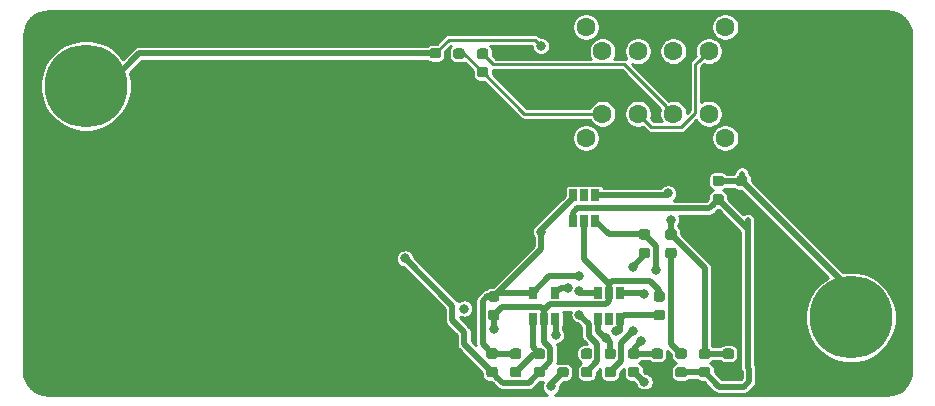
<source format=gtl>
G04 #@! TF.GenerationSoftware,KiCad,Pcbnew,(5.1.0)-1*
G04 #@! TF.CreationDate,2019-05-10T18:55:54+02:00*
G04 #@! TF.ProjectId,currentscaler,63757272-656e-4747-9363-616c65722e6b,rev?*
G04 #@! TF.SameCoordinates,Original*
G04 #@! TF.FileFunction,Copper,L1,Top*
G04 #@! TF.FilePolarity,Positive*
%FSLAX46Y46*%
G04 Gerber Fmt 4.6, Leading zero omitted, Abs format (unit mm)*
G04 Created by KiCad (PCBNEW (5.1.0)-1) date 2019-05-10 18:55:54*
%MOMM*%
%LPD*%
G04 APERTURE LIST*
%ADD10C,1.600000*%
%ADD11C,7.000000*%
%ADD12C,0.100000*%
%ADD13C,0.875000*%
%ADD14R,0.650000X1.060000*%
%ADD15C,0.800000*%
%ADD16C,0.500000*%
%ADD17C,0.250000*%
%ADD18C,0.254000*%
G04 APERTURE END LIST*
D10*
X145800000Y-103800000D03*
X157600000Y-103800000D03*
X157600000Y-94400000D03*
X145800000Y-94400000D03*
X153200000Y-96450000D03*
X147200000Y-96450000D03*
X150200000Y-96450000D03*
X156200000Y-96450000D03*
X147200000Y-101750000D03*
X150200000Y-101750000D03*
X153200000Y-101750000D03*
X156200000Y-101750000D03*
D11*
X168230000Y-119000000D03*
X168230000Y-99500000D03*
X103460000Y-99390000D03*
X103460000Y-118890000D03*
D12*
G36*
X150127691Y-123188553D02*
G01*
X150148926Y-123191703D01*
X150169750Y-123196919D01*
X150189962Y-123204151D01*
X150209368Y-123213330D01*
X150227781Y-123224366D01*
X150245024Y-123237154D01*
X150260930Y-123251570D01*
X150275346Y-123267476D01*
X150288134Y-123284719D01*
X150299170Y-123303132D01*
X150308349Y-123322538D01*
X150315581Y-123342750D01*
X150320797Y-123363574D01*
X150323947Y-123384809D01*
X150325000Y-123406250D01*
X150325000Y-123843750D01*
X150323947Y-123865191D01*
X150320797Y-123886426D01*
X150315581Y-123907250D01*
X150308349Y-123927462D01*
X150299170Y-123946868D01*
X150288134Y-123965281D01*
X150275346Y-123982524D01*
X150260930Y-123998430D01*
X150245024Y-124012846D01*
X150227781Y-124025634D01*
X150209368Y-124036670D01*
X150189962Y-124045849D01*
X150169750Y-124053081D01*
X150148926Y-124058297D01*
X150127691Y-124061447D01*
X150106250Y-124062500D01*
X149593750Y-124062500D01*
X149572309Y-124061447D01*
X149551074Y-124058297D01*
X149530250Y-124053081D01*
X149510038Y-124045849D01*
X149490632Y-124036670D01*
X149472219Y-124025634D01*
X149454976Y-124012846D01*
X149439070Y-123998430D01*
X149424654Y-123982524D01*
X149411866Y-123965281D01*
X149400830Y-123946868D01*
X149391651Y-123927462D01*
X149384419Y-123907250D01*
X149379203Y-123886426D01*
X149376053Y-123865191D01*
X149375000Y-123843750D01*
X149375000Y-123406250D01*
X149376053Y-123384809D01*
X149379203Y-123363574D01*
X149384419Y-123342750D01*
X149391651Y-123322538D01*
X149400830Y-123303132D01*
X149411866Y-123284719D01*
X149424654Y-123267476D01*
X149439070Y-123251570D01*
X149454976Y-123237154D01*
X149472219Y-123224366D01*
X149490632Y-123213330D01*
X149510038Y-123204151D01*
X149530250Y-123196919D01*
X149551074Y-123191703D01*
X149572309Y-123188553D01*
X149593750Y-123187500D01*
X150106250Y-123187500D01*
X150127691Y-123188553D01*
X150127691Y-123188553D01*
G37*
D13*
X149850000Y-123625000D03*
D12*
G36*
X150127691Y-121613553D02*
G01*
X150148926Y-121616703D01*
X150169750Y-121621919D01*
X150189962Y-121629151D01*
X150209368Y-121638330D01*
X150227781Y-121649366D01*
X150245024Y-121662154D01*
X150260930Y-121676570D01*
X150275346Y-121692476D01*
X150288134Y-121709719D01*
X150299170Y-121728132D01*
X150308349Y-121747538D01*
X150315581Y-121767750D01*
X150320797Y-121788574D01*
X150323947Y-121809809D01*
X150325000Y-121831250D01*
X150325000Y-122268750D01*
X150323947Y-122290191D01*
X150320797Y-122311426D01*
X150315581Y-122332250D01*
X150308349Y-122352462D01*
X150299170Y-122371868D01*
X150288134Y-122390281D01*
X150275346Y-122407524D01*
X150260930Y-122423430D01*
X150245024Y-122437846D01*
X150227781Y-122450634D01*
X150209368Y-122461670D01*
X150189962Y-122470849D01*
X150169750Y-122478081D01*
X150148926Y-122483297D01*
X150127691Y-122486447D01*
X150106250Y-122487500D01*
X149593750Y-122487500D01*
X149572309Y-122486447D01*
X149551074Y-122483297D01*
X149530250Y-122478081D01*
X149510038Y-122470849D01*
X149490632Y-122461670D01*
X149472219Y-122450634D01*
X149454976Y-122437846D01*
X149439070Y-122423430D01*
X149424654Y-122407524D01*
X149411866Y-122390281D01*
X149400830Y-122371868D01*
X149391651Y-122352462D01*
X149384419Y-122332250D01*
X149379203Y-122311426D01*
X149376053Y-122290191D01*
X149375000Y-122268750D01*
X149375000Y-121831250D01*
X149376053Y-121809809D01*
X149379203Y-121788574D01*
X149384419Y-121767750D01*
X149391651Y-121747538D01*
X149400830Y-121728132D01*
X149411866Y-121709719D01*
X149424654Y-121692476D01*
X149439070Y-121676570D01*
X149454976Y-121662154D01*
X149472219Y-121649366D01*
X149490632Y-121638330D01*
X149510038Y-121629151D01*
X149530250Y-121621919D01*
X149551074Y-121616703D01*
X149572309Y-121613553D01*
X149593750Y-121612500D01*
X150106250Y-121612500D01*
X150127691Y-121613553D01*
X150127691Y-121613553D01*
G37*
D13*
X149850000Y-122050000D03*
D14*
X141300000Y-119100000D03*
X142250000Y-119100000D03*
X143200000Y-119100000D03*
X143200000Y-116900000D03*
X141300000Y-116900000D03*
X147750000Y-119100000D03*
X148700000Y-119100000D03*
X146800000Y-119100000D03*
X146800000Y-116900000D03*
X147750000Y-116900000D03*
X148700000Y-116900000D03*
X144700000Y-110850000D03*
X145650000Y-110850000D03*
X146600000Y-110850000D03*
X146600000Y-108650000D03*
X144700000Y-108650000D03*
X145650000Y-108650000D03*
D12*
G36*
X148127691Y-123201053D02*
G01*
X148148926Y-123204203D01*
X148169750Y-123209419D01*
X148189962Y-123216651D01*
X148209368Y-123225830D01*
X148227781Y-123236866D01*
X148245024Y-123249654D01*
X148260930Y-123264070D01*
X148275346Y-123279976D01*
X148288134Y-123297219D01*
X148299170Y-123315632D01*
X148308349Y-123335038D01*
X148315581Y-123355250D01*
X148320797Y-123376074D01*
X148323947Y-123397309D01*
X148325000Y-123418750D01*
X148325000Y-123856250D01*
X148323947Y-123877691D01*
X148320797Y-123898926D01*
X148315581Y-123919750D01*
X148308349Y-123939962D01*
X148299170Y-123959368D01*
X148288134Y-123977781D01*
X148275346Y-123995024D01*
X148260930Y-124010930D01*
X148245024Y-124025346D01*
X148227781Y-124038134D01*
X148209368Y-124049170D01*
X148189962Y-124058349D01*
X148169750Y-124065581D01*
X148148926Y-124070797D01*
X148127691Y-124073947D01*
X148106250Y-124075000D01*
X147593750Y-124075000D01*
X147572309Y-124073947D01*
X147551074Y-124070797D01*
X147530250Y-124065581D01*
X147510038Y-124058349D01*
X147490632Y-124049170D01*
X147472219Y-124038134D01*
X147454976Y-124025346D01*
X147439070Y-124010930D01*
X147424654Y-123995024D01*
X147411866Y-123977781D01*
X147400830Y-123959368D01*
X147391651Y-123939962D01*
X147384419Y-123919750D01*
X147379203Y-123898926D01*
X147376053Y-123877691D01*
X147375000Y-123856250D01*
X147375000Y-123418750D01*
X147376053Y-123397309D01*
X147379203Y-123376074D01*
X147384419Y-123355250D01*
X147391651Y-123335038D01*
X147400830Y-123315632D01*
X147411866Y-123297219D01*
X147424654Y-123279976D01*
X147439070Y-123264070D01*
X147454976Y-123249654D01*
X147472219Y-123236866D01*
X147490632Y-123225830D01*
X147510038Y-123216651D01*
X147530250Y-123209419D01*
X147551074Y-123204203D01*
X147572309Y-123201053D01*
X147593750Y-123200000D01*
X148106250Y-123200000D01*
X148127691Y-123201053D01*
X148127691Y-123201053D01*
G37*
D13*
X147850000Y-123637500D03*
D12*
G36*
X148127691Y-121626053D02*
G01*
X148148926Y-121629203D01*
X148169750Y-121634419D01*
X148189962Y-121641651D01*
X148209368Y-121650830D01*
X148227781Y-121661866D01*
X148245024Y-121674654D01*
X148260930Y-121689070D01*
X148275346Y-121704976D01*
X148288134Y-121722219D01*
X148299170Y-121740632D01*
X148308349Y-121760038D01*
X148315581Y-121780250D01*
X148320797Y-121801074D01*
X148323947Y-121822309D01*
X148325000Y-121843750D01*
X148325000Y-122281250D01*
X148323947Y-122302691D01*
X148320797Y-122323926D01*
X148315581Y-122344750D01*
X148308349Y-122364962D01*
X148299170Y-122384368D01*
X148288134Y-122402781D01*
X148275346Y-122420024D01*
X148260930Y-122435930D01*
X148245024Y-122450346D01*
X148227781Y-122463134D01*
X148209368Y-122474170D01*
X148189962Y-122483349D01*
X148169750Y-122490581D01*
X148148926Y-122495797D01*
X148127691Y-122498947D01*
X148106250Y-122500000D01*
X147593750Y-122500000D01*
X147572309Y-122498947D01*
X147551074Y-122495797D01*
X147530250Y-122490581D01*
X147510038Y-122483349D01*
X147490632Y-122474170D01*
X147472219Y-122463134D01*
X147454976Y-122450346D01*
X147439070Y-122435930D01*
X147424654Y-122420024D01*
X147411866Y-122402781D01*
X147400830Y-122384368D01*
X147391651Y-122364962D01*
X147384419Y-122344750D01*
X147379203Y-122323926D01*
X147376053Y-122302691D01*
X147375000Y-122281250D01*
X147375000Y-121843750D01*
X147376053Y-121822309D01*
X147379203Y-121801074D01*
X147384419Y-121780250D01*
X147391651Y-121760038D01*
X147400830Y-121740632D01*
X147411866Y-121722219D01*
X147424654Y-121704976D01*
X147439070Y-121689070D01*
X147454976Y-121674654D01*
X147472219Y-121661866D01*
X147490632Y-121650830D01*
X147510038Y-121641651D01*
X147530250Y-121634419D01*
X147551074Y-121629203D01*
X147572309Y-121626053D01*
X147593750Y-121625000D01*
X148106250Y-121625000D01*
X148127691Y-121626053D01*
X148127691Y-121626053D01*
G37*
D13*
X147850000Y-122062500D03*
D12*
G36*
X144127691Y-123201053D02*
G01*
X144148926Y-123204203D01*
X144169750Y-123209419D01*
X144189962Y-123216651D01*
X144209368Y-123225830D01*
X144227781Y-123236866D01*
X144245024Y-123249654D01*
X144260930Y-123264070D01*
X144275346Y-123279976D01*
X144288134Y-123297219D01*
X144299170Y-123315632D01*
X144308349Y-123335038D01*
X144315581Y-123355250D01*
X144320797Y-123376074D01*
X144323947Y-123397309D01*
X144325000Y-123418750D01*
X144325000Y-123856250D01*
X144323947Y-123877691D01*
X144320797Y-123898926D01*
X144315581Y-123919750D01*
X144308349Y-123939962D01*
X144299170Y-123959368D01*
X144288134Y-123977781D01*
X144275346Y-123995024D01*
X144260930Y-124010930D01*
X144245024Y-124025346D01*
X144227781Y-124038134D01*
X144209368Y-124049170D01*
X144189962Y-124058349D01*
X144169750Y-124065581D01*
X144148926Y-124070797D01*
X144127691Y-124073947D01*
X144106250Y-124075000D01*
X143593750Y-124075000D01*
X143572309Y-124073947D01*
X143551074Y-124070797D01*
X143530250Y-124065581D01*
X143510038Y-124058349D01*
X143490632Y-124049170D01*
X143472219Y-124038134D01*
X143454976Y-124025346D01*
X143439070Y-124010930D01*
X143424654Y-123995024D01*
X143411866Y-123977781D01*
X143400830Y-123959368D01*
X143391651Y-123939962D01*
X143384419Y-123919750D01*
X143379203Y-123898926D01*
X143376053Y-123877691D01*
X143375000Y-123856250D01*
X143375000Y-123418750D01*
X143376053Y-123397309D01*
X143379203Y-123376074D01*
X143384419Y-123355250D01*
X143391651Y-123335038D01*
X143400830Y-123315632D01*
X143411866Y-123297219D01*
X143424654Y-123279976D01*
X143439070Y-123264070D01*
X143454976Y-123249654D01*
X143472219Y-123236866D01*
X143490632Y-123225830D01*
X143510038Y-123216651D01*
X143530250Y-123209419D01*
X143551074Y-123204203D01*
X143572309Y-123201053D01*
X143593750Y-123200000D01*
X144106250Y-123200000D01*
X144127691Y-123201053D01*
X144127691Y-123201053D01*
G37*
D13*
X143850000Y-123637500D03*
D12*
G36*
X144127691Y-121626053D02*
G01*
X144148926Y-121629203D01*
X144169750Y-121634419D01*
X144189962Y-121641651D01*
X144209368Y-121650830D01*
X144227781Y-121661866D01*
X144245024Y-121674654D01*
X144260930Y-121689070D01*
X144275346Y-121704976D01*
X144288134Y-121722219D01*
X144299170Y-121740632D01*
X144308349Y-121760038D01*
X144315581Y-121780250D01*
X144320797Y-121801074D01*
X144323947Y-121822309D01*
X144325000Y-121843750D01*
X144325000Y-122281250D01*
X144323947Y-122302691D01*
X144320797Y-122323926D01*
X144315581Y-122344750D01*
X144308349Y-122364962D01*
X144299170Y-122384368D01*
X144288134Y-122402781D01*
X144275346Y-122420024D01*
X144260930Y-122435930D01*
X144245024Y-122450346D01*
X144227781Y-122463134D01*
X144209368Y-122474170D01*
X144189962Y-122483349D01*
X144169750Y-122490581D01*
X144148926Y-122495797D01*
X144127691Y-122498947D01*
X144106250Y-122500000D01*
X143593750Y-122500000D01*
X143572309Y-122498947D01*
X143551074Y-122495797D01*
X143530250Y-122490581D01*
X143510038Y-122483349D01*
X143490632Y-122474170D01*
X143472219Y-122463134D01*
X143454976Y-122450346D01*
X143439070Y-122435930D01*
X143424654Y-122420024D01*
X143411866Y-122402781D01*
X143400830Y-122384368D01*
X143391651Y-122364962D01*
X143384419Y-122344750D01*
X143379203Y-122323926D01*
X143376053Y-122302691D01*
X143375000Y-122281250D01*
X143375000Y-121843750D01*
X143376053Y-121822309D01*
X143379203Y-121801074D01*
X143384419Y-121780250D01*
X143391651Y-121760038D01*
X143400830Y-121740632D01*
X143411866Y-121722219D01*
X143424654Y-121704976D01*
X143439070Y-121689070D01*
X143454976Y-121674654D01*
X143472219Y-121661866D01*
X143490632Y-121650830D01*
X143510038Y-121641651D01*
X143530250Y-121634419D01*
X143551074Y-121629203D01*
X143572309Y-121626053D01*
X143593750Y-121625000D01*
X144106250Y-121625000D01*
X144127691Y-121626053D01*
X144127691Y-121626053D01*
G37*
D13*
X143850000Y-122062500D03*
D12*
G36*
X151027691Y-111526053D02*
G01*
X151048926Y-111529203D01*
X151069750Y-111534419D01*
X151089962Y-111541651D01*
X151109368Y-111550830D01*
X151127781Y-111561866D01*
X151145024Y-111574654D01*
X151160930Y-111589070D01*
X151175346Y-111604976D01*
X151188134Y-111622219D01*
X151199170Y-111640632D01*
X151208349Y-111660038D01*
X151215581Y-111680250D01*
X151220797Y-111701074D01*
X151223947Y-111722309D01*
X151225000Y-111743750D01*
X151225000Y-112181250D01*
X151223947Y-112202691D01*
X151220797Y-112223926D01*
X151215581Y-112244750D01*
X151208349Y-112264962D01*
X151199170Y-112284368D01*
X151188134Y-112302781D01*
X151175346Y-112320024D01*
X151160930Y-112335930D01*
X151145024Y-112350346D01*
X151127781Y-112363134D01*
X151109368Y-112374170D01*
X151089962Y-112383349D01*
X151069750Y-112390581D01*
X151048926Y-112395797D01*
X151027691Y-112398947D01*
X151006250Y-112400000D01*
X150493750Y-112400000D01*
X150472309Y-112398947D01*
X150451074Y-112395797D01*
X150430250Y-112390581D01*
X150410038Y-112383349D01*
X150390632Y-112374170D01*
X150372219Y-112363134D01*
X150354976Y-112350346D01*
X150339070Y-112335930D01*
X150324654Y-112320024D01*
X150311866Y-112302781D01*
X150300830Y-112284368D01*
X150291651Y-112264962D01*
X150284419Y-112244750D01*
X150279203Y-112223926D01*
X150276053Y-112202691D01*
X150275000Y-112181250D01*
X150275000Y-111743750D01*
X150276053Y-111722309D01*
X150279203Y-111701074D01*
X150284419Y-111680250D01*
X150291651Y-111660038D01*
X150300830Y-111640632D01*
X150311866Y-111622219D01*
X150324654Y-111604976D01*
X150339070Y-111589070D01*
X150354976Y-111574654D01*
X150372219Y-111561866D01*
X150390632Y-111550830D01*
X150410038Y-111541651D01*
X150430250Y-111534419D01*
X150451074Y-111529203D01*
X150472309Y-111526053D01*
X150493750Y-111525000D01*
X151006250Y-111525000D01*
X151027691Y-111526053D01*
X151027691Y-111526053D01*
G37*
D13*
X150750000Y-111962500D03*
D12*
G36*
X151027691Y-113101053D02*
G01*
X151048926Y-113104203D01*
X151069750Y-113109419D01*
X151089962Y-113116651D01*
X151109368Y-113125830D01*
X151127781Y-113136866D01*
X151145024Y-113149654D01*
X151160930Y-113164070D01*
X151175346Y-113179976D01*
X151188134Y-113197219D01*
X151199170Y-113215632D01*
X151208349Y-113235038D01*
X151215581Y-113255250D01*
X151220797Y-113276074D01*
X151223947Y-113297309D01*
X151225000Y-113318750D01*
X151225000Y-113756250D01*
X151223947Y-113777691D01*
X151220797Y-113798926D01*
X151215581Y-113819750D01*
X151208349Y-113839962D01*
X151199170Y-113859368D01*
X151188134Y-113877781D01*
X151175346Y-113895024D01*
X151160930Y-113910930D01*
X151145024Y-113925346D01*
X151127781Y-113938134D01*
X151109368Y-113949170D01*
X151089962Y-113958349D01*
X151069750Y-113965581D01*
X151048926Y-113970797D01*
X151027691Y-113973947D01*
X151006250Y-113975000D01*
X150493750Y-113975000D01*
X150472309Y-113973947D01*
X150451074Y-113970797D01*
X150430250Y-113965581D01*
X150410038Y-113958349D01*
X150390632Y-113949170D01*
X150372219Y-113938134D01*
X150354976Y-113925346D01*
X150339070Y-113910930D01*
X150324654Y-113895024D01*
X150311866Y-113877781D01*
X150300830Y-113859368D01*
X150291651Y-113839962D01*
X150284419Y-113819750D01*
X150279203Y-113798926D01*
X150276053Y-113777691D01*
X150275000Y-113756250D01*
X150275000Y-113318750D01*
X150276053Y-113297309D01*
X150279203Y-113276074D01*
X150284419Y-113255250D01*
X150291651Y-113235038D01*
X150300830Y-113215632D01*
X150311866Y-113197219D01*
X150324654Y-113179976D01*
X150339070Y-113164070D01*
X150354976Y-113149654D01*
X150372219Y-113136866D01*
X150390632Y-113125830D01*
X150410038Y-113116651D01*
X150430250Y-113109419D01*
X150451074Y-113104203D01*
X150472309Y-113101053D01*
X150493750Y-113100000D01*
X151006250Y-113100000D01*
X151027691Y-113101053D01*
X151027691Y-113101053D01*
G37*
D13*
X150750000Y-113537500D03*
D12*
G36*
X135327691Y-97801053D02*
G01*
X135348926Y-97804203D01*
X135369750Y-97809419D01*
X135389962Y-97816651D01*
X135409368Y-97825830D01*
X135427781Y-97836866D01*
X135445024Y-97849654D01*
X135460930Y-97864070D01*
X135475346Y-97879976D01*
X135488134Y-97897219D01*
X135499170Y-97915632D01*
X135508349Y-97935038D01*
X135515581Y-97955250D01*
X135520797Y-97976074D01*
X135523947Y-97997309D01*
X135525000Y-98018750D01*
X135525000Y-98456250D01*
X135523947Y-98477691D01*
X135520797Y-98498926D01*
X135515581Y-98519750D01*
X135508349Y-98539962D01*
X135499170Y-98559368D01*
X135488134Y-98577781D01*
X135475346Y-98595024D01*
X135460930Y-98610930D01*
X135445024Y-98625346D01*
X135427781Y-98638134D01*
X135409368Y-98649170D01*
X135389962Y-98658349D01*
X135369750Y-98665581D01*
X135348926Y-98670797D01*
X135327691Y-98673947D01*
X135306250Y-98675000D01*
X134793750Y-98675000D01*
X134772309Y-98673947D01*
X134751074Y-98670797D01*
X134730250Y-98665581D01*
X134710038Y-98658349D01*
X134690632Y-98649170D01*
X134672219Y-98638134D01*
X134654976Y-98625346D01*
X134639070Y-98610930D01*
X134624654Y-98595024D01*
X134611866Y-98577781D01*
X134600830Y-98559368D01*
X134591651Y-98539962D01*
X134584419Y-98519750D01*
X134579203Y-98498926D01*
X134576053Y-98477691D01*
X134575000Y-98456250D01*
X134575000Y-98018750D01*
X134576053Y-97997309D01*
X134579203Y-97976074D01*
X134584419Y-97955250D01*
X134591651Y-97935038D01*
X134600830Y-97915632D01*
X134611866Y-97897219D01*
X134624654Y-97879976D01*
X134639070Y-97864070D01*
X134654976Y-97849654D01*
X134672219Y-97836866D01*
X134690632Y-97825830D01*
X134710038Y-97816651D01*
X134730250Y-97809419D01*
X134751074Y-97804203D01*
X134772309Y-97801053D01*
X134793750Y-97800000D01*
X135306250Y-97800000D01*
X135327691Y-97801053D01*
X135327691Y-97801053D01*
G37*
D13*
X135050000Y-98237500D03*
D12*
G36*
X135327691Y-96226053D02*
G01*
X135348926Y-96229203D01*
X135369750Y-96234419D01*
X135389962Y-96241651D01*
X135409368Y-96250830D01*
X135427781Y-96261866D01*
X135445024Y-96274654D01*
X135460930Y-96289070D01*
X135475346Y-96304976D01*
X135488134Y-96322219D01*
X135499170Y-96340632D01*
X135508349Y-96360038D01*
X135515581Y-96380250D01*
X135520797Y-96401074D01*
X135523947Y-96422309D01*
X135525000Y-96443750D01*
X135525000Y-96881250D01*
X135523947Y-96902691D01*
X135520797Y-96923926D01*
X135515581Y-96944750D01*
X135508349Y-96964962D01*
X135499170Y-96984368D01*
X135488134Y-97002781D01*
X135475346Y-97020024D01*
X135460930Y-97035930D01*
X135445024Y-97050346D01*
X135427781Y-97063134D01*
X135409368Y-97074170D01*
X135389962Y-97083349D01*
X135369750Y-97090581D01*
X135348926Y-97095797D01*
X135327691Y-97098947D01*
X135306250Y-97100000D01*
X134793750Y-97100000D01*
X134772309Y-97098947D01*
X134751074Y-97095797D01*
X134730250Y-97090581D01*
X134710038Y-97083349D01*
X134690632Y-97074170D01*
X134672219Y-97063134D01*
X134654976Y-97050346D01*
X134639070Y-97035930D01*
X134624654Y-97020024D01*
X134611866Y-97002781D01*
X134600830Y-96984368D01*
X134591651Y-96964962D01*
X134584419Y-96944750D01*
X134579203Y-96923926D01*
X134576053Y-96902691D01*
X134575000Y-96881250D01*
X134575000Y-96443750D01*
X134576053Y-96422309D01*
X134579203Y-96401074D01*
X134584419Y-96380250D01*
X134591651Y-96360038D01*
X134600830Y-96340632D01*
X134611866Y-96322219D01*
X134624654Y-96304976D01*
X134639070Y-96289070D01*
X134654976Y-96274654D01*
X134672219Y-96261866D01*
X134690632Y-96250830D01*
X134710038Y-96241651D01*
X134730250Y-96234419D01*
X134751074Y-96229203D01*
X134772309Y-96226053D01*
X134793750Y-96225000D01*
X135306250Y-96225000D01*
X135327691Y-96226053D01*
X135327691Y-96226053D01*
G37*
D13*
X135050000Y-96662500D03*
D12*
G36*
X152127691Y-123201053D02*
G01*
X152148926Y-123204203D01*
X152169750Y-123209419D01*
X152189962Y-123216651D01*
X152209368Y-123225830D01*
X152227781Y-123236866D01*
X152245024Y-123249654D01*
X152260930Y-123264070D01*
X152275346Y-123279976D01*
X152288134Y-123297219D01*
X152299170Y-123315632D01*
X152308349Y-123335038D01*
X152315581Y-123355250D01*
X152320797Y-123376074D01*
X152323947Y-123397309D01*
X152325000Y-123418750D01*
X152325000Y-123856250D01*
X152323947Y-123877691D01*
X152320797Y-123898926D01*
X152315581Y-123919750D01*
X152308349Y-123939962D01*
X152299170Y-123959368D01*
X152288134Y-123977781D01*
X152275346Y-123995024D01*
X152260930Y-124010930D01*
X152245024Y-124025346D01*
X152227781Y-124038134D01*
X152209368Y-124049170D01*
X152189962Y-124058349D01*
X152169750Y-124065581D01*
X152148926Y-124070797D01*
X152127691Y-124073947D01*
X152106250Y-124075000D01*
X151593750Y-124075000D01*
X151572309Y-124073947D01*
X151551074Y-124070797D01*
X151530250Y-124065581D01*
X151510038Y-124058349D01*
X151490632Y-124049170D01*
X151472219Y-124038134D01*
X151454976Y-124025346D01*
X151439070Y-124010930D01*
X151424654Y-123995024D01*
X151411866Y-123977781D01*
X151400830Y-123959368D01*
X151391651Y-123939962D01*
X151384419Y-123919750D01*
X151379203Y-123898926D01*
X151376053Y-123877691D01*
X151375000Y-123856250D01*
X151375000Y-123418750D01*
X151376053Y-123397309D01*
X151379203Y-123376074D01*
X151384419Y-123355250D01*
X151391651Y-123335038D01*
X151400830Y-123315632D01*
X151411866Y-123297219D01*
X151424654Y-123279976D01*
X151439070Y-123264070D01*
X151454976Y-123249654D01*
X151472219Y-123236866D01*
X151490632Y-123225830D01*
X151510038Y-123216651D01*
X151530250Y-123209419D01*
X151551074Y-123204203D01*
X151572309Y-123201053D01*
X151593750Y-123200000D01*
X152106250Y-123200000D01*
X152127691Y-123201053D01*
X152127691Y-123201053D01*
G37*
D13*
X151850000Y-123637500D03*
D12*
G36*
X152127691Y-121626053D02*
G01*
X152148926Y-121629203D01*
X152169750Y-121634419D01*
X152189962Y-121641651D01*
X152209368Y-121650830D01*
X152227781Y-121661866D01*
X152245024Y-121674654D01*
X152260930Y-121689070D01*
X152275346Y-121704976D01*
X152288134Y-121722219D01*
X152299170Y-121740632D01*
X152308349Y-121760038D01*
X152315581Y-121780250D01*
X152320797Y-121801074D01*
X152323947Y-121822309D01*
X152325000Y-121843750D01*
X152325000Y-122281250D01*
X152323947Y-122302691D01*
X152320797Y-122323926D01*
X152315581Y-122344750D01*
X152308349Y-122364962D01*
X152299170Y-122384368D01*
X152288134Y-122402781D01*
X152275346Y-122420024D01*
X152260930Y-122435930D01*
X152245024Y-122450346D01*
X152227781Y-122463134D01*
X152209368Y-122474170D01*
X152189962Y-122483349D01*
X152169750Y-122490581D01*
X152148926Y-122495797D01*
X152127691Y-122498947D01*
X152106250Y-122500000D01*
X151593750Y-122500000D01*
X151572309Y-122498947D01*
X151551074Y-122495797D01*
X151530250Y-122490581D01*
X151510038Y-122483349D01*
X151490632Y-122474170D01*
X151472219Y-122463134D01*
X151454976Y-122450346D01*
X151439070Y-122435930D01*
X151424654Y-122420024D01*
X151411866Y-122402781D01*
X151400830Y-122384368D01*
X151391651Y-122364962D01*
X151384419Y-122344750D01*
X151379203Y-122323926D01*
X151376053Y-122302691D01*
X151375000Y-122281250D01*
X151375000Y-121843750D01*
X151376053Y-121822309D01*
X151379203Y-121801074D01*
X151384419Y-121780250D01*
X151391651Y-121760038D01*
X151400830Y-121740632D01*
X151411866Y-121722219D01*
X151424654Y-121704976D01*
X151439070Y-121689070D01*
X151454976Y-121674654D01*
X151472219Y-121661866D01*
X151490632Y-121650830D01*
X151510038Y-121641651D01*
X151530250Y-121634419D01*
X151551074Y-121629203D01*
X151572309Y-121626053D01*
X151593750Y-121625000D01*
X152106250Y-121625000D01*
X152127691Y-121626053D01*
X152127691Y-121626053D01*
G37*
D13*
X151850000Y-122062500D03*
D12*
G36*
X146127691Y-121626053D02*
G01*
X146148926Y-121629203D01*
X146169750Y-121634419D01*
X146189962Y-121641651D01*
X146209368Y-121650830D01*
X146227781Y-121661866D01*
X146245024Y-121674654D01*
X146260930Y-121689070D01*
X146275346Y-121704976D01*
X146288134Y-121722219D01*
X146299170Y-121740632D01*
X146308349Y-121760038D01*
X146315581Y-121780250D01*
X146320797Y-121801074D01*
X146323947Y-121822309D01*
X146325000Y-121843750D01*
X146325000Y-122281250D01*
X146323947Y-122302691D01*
X146320797Y-122323926D01*
X146315581Y-122344750D01*
X146308349Y-122364962D01*
X146299170Y-122384368D01*
X146288134Y-122402781D01*
X146275346Y-122420024D01*
X146260930Y-122435930D01*
X146245024Y-122450346D01*
X146227781Y-122463134D01*
X146209368Y-122474170D01*
X146189962Y-122483349D01*
X146169750Y-122490581D01*
X146148926Y-122495797D01*
X146127691Y-122498947D01*
X146106250Y-122500000D01*
X145593750Y-122500000D01*
X145572309Y-122498947D01*
X145551074Y-122495797D01*
X145530250Y-122490581D01*
X145510038Y-122483349D01*
X145490632Y-122474170D01*
X145472219Y-122463134D01*
X145454976Y-122450346D01*
X145439070Y-122435930D01*
X145424654Y-122420024D01*
X145411866Y-122402781D01*
X145400830Y-122384368D01*
X145391651Y-122364962D01*
X145384419Y-122344750D01*
X145379203Y-122323926D01*
X145376053Y-122302691D01*
X145375000Y-122281250D01*
X145375000Y-121843750D01*
X145376053Y-121822309D01*
X145379203Y-121801074D01*
X145384419Y-121780250D01*
X145391651Y-121760038D01*
X145400830Y-121740632D01*
X145411866Y-121722219D01*
X145424654Y-121704976D01*
X145439070Y-121689070D01*
X145454976Y-121674654D01*
X145472219Y-121661866D01*
X145490632Y-121650830D01*
X145510038Y-121641651D01*
X145530250Y-121634419D01*
X145551074Y-121629203D01*
X145572309Y-121626053D01*
X145593750Y-121625000D01*
X146106250Y-121625000D01*
X146127691Y-121626053D01*
X146127691Y-121626053D01*
G37*
D13*
X145850000Y-122062500D03*
D12*
G36*
X146127691Y-123201053D02*
G01*
X146148926Y-123204203D01*
X146169750Y-123209419D01*
X146189962Y-123216651D01*
X146209368Y-123225830D01*
X146227781Y-123236866D01*
X146245024Y-123249654D01*
X146260930Y-123264070D01*
X146275346Y-123279976D01*
X146288134Y-123297219D01*
X146299170Y-123315632D01*
X146308349Y-123335038D01*
X146315581Y-123355250D01*
X146320797Y-123376074D01*
X146323947Y-123397309D01*
X146325000Y-123418750D01*
X146325000Y-123856250D01*
X146323947Y-123877691D01*
X146320797Y-123898926D01*
X146315581Y-123919750D01*
X146308349Y-123939962D01*
X146299170Y-123959368D01*
X146288134Y-123977781D01*
X146275346Y-123995024D01*
X146260930Y-124010930D01*
X146245024Y-124025346D01*
X146227781Y-124038134D01*
X146209368Y-124049170D01*
X146189962Y-124058349D01*
X146169750Y-124065581D01*
X146148926Y-124070797D01*
X146127691Y-124073947D01*
X146106250Y-124075000D01*
X145593750Y-124075000D01*
X145572309Y-124073947D01*
X145551074Y-124070797D01*
X145530250Y-124065581D01*
X145510038Y-124058349D01*
X145490632Y-124049170D01*
X145472219Y-124038134D01*
X145454976Y-124025346D01*
X145439070Y-124010930D01*
X145424654Y-123995024D01*
X145411866Y-123977781D01*
X145400830Y-123959368D01*
X145391651Y-123939962D01*
X145384419Y-123919750D01*
X145379203Y-123898926D01*
X145376053Y-123877691D01*
X145375000Y-123856250D01*
X145375000Y-123418750D01*
X145376053Y-123397309D01*
X145379203Y-123376074D01*
X145384419Y-123355250D01*
X145391651Y-123335038D01*
X145400830Y-123315632D01*
X145411866Y-123297219D01*
X145424654Y-123279976D01*
X145439070Y-123264070D01*
X145454976Y-123249654D01*
X145472219Y-123236866D01*
X145490632Y-123225830D01*
X145510038Y-123216651D01*
X145530250Y-123209419D01*
X145551074Y-123204203D01*
X145572309Y-123201053D01*
X145593750Y-123200000D01*
X146106250Y-123200000D01*
X146127691Y-123201053D01*
X146127691Y-123201053D01*
G37*
D13*
X145850000Y-123637500D03*
D12*
G36*
X137327691Y-96226053D02*
G01*
X137348926Y-96229203D01*
X137369750Y-96234419D01*
X137389962Y-96241651D01*
X137409368Y-96250830D01*
X137427781Y-96261866D01*
X137445024Y-96274654D01*
X137460930Y-96289070D01*
X137475346Y-96304976D01*
X137488134Y-96322219D01*
X137499170Y-96340632D01*
X137508349Y-96360038D01*
X137515581Y-96380250D01*
X137520797Y-96401074D01*
X137523947Y-96422309D01*
X137525000Y-96443750D01*
X137525000Y-96881250D01*
X137523947Y-96902691D01*
X137520797Y-96923926D01*
X137515581Y-96944750D01*
X137508349Y-96964962D01*
X137499170Y-96984368D01*
X137488134Y-97002781D01*
X137475346Y-97020024D01*
X137460930Y-97035930D01*
X137445024Y-97050346D01*
X137427781Y-97063134D01*
X137409368Y-97074170D01*
X137389962Y-97083349D01*
X137369750Y-97090581D01*
X137348926Y-97095797D01*
X137327691Y-97098947D01*
X137306250Y-97100000D01*
X136793750Y-97100000D01*
X136772309Y-97098947D01*
X136751074Y-97095797D01*
X136730250Y-97090581D01*
X136710038Y-97083349D01*
X136690632Y-97074170D01*
X136672219Y-97063134D01*
X136654976Y-97050346D01*
X136639070Y-97035930D01*
X136624654Y-97020024D01*
X136611866Y-97002781D01*
X136600830Y-96984368D01*
X136591651Y-96964962D01*
X136584419Y-96944750D01*
X136579203Y-96923926D01*
X136576053Y-96902691D01*
X136575000Y-96881250D01*
X136575000Y-96443750D01*
X136576053Y-96422309D01*
X136579203Y-96401074D01*
X136584419Y-96380250D01*
X136591651Y-96360038D01*
X136600830Y-96340632D01*
X136611866Y-96322219D01*
X136624654Y-96304976D01*
X136639070Y-96289070D01*
X136654976Y-96274654D01*
X136672219Y-96261866D01*
X136690632Y-96250830D01*
X136710038Y-96241651D01*
X136730250Y-96234419D01*
X136751074Y-96229203D01*
X136772309Y-96226053D01*
X136793750Y-96225000D01*
X137306250Y-96225000D01*
X137327691Y-96226053D01*
X137327691Y-96226053D01*
G37*
D13*
X137050000Y-96662500D03*
D12*
G36*
X137327691Y-97801053D02*
G01*
X137348926Y-97804203D01*
X137369750Y-97809419D01*
X137389962Y-97816651D01*
X137409368Y-97825830D01*
X137427781Y-97836866D01*
X137445024Y-97849654D01*
X137460930Y-97864070D01*
X137475346Y-97879976D01*
X137488134Y-97897219D01*
X137499170Y-97915632D01*
X137508349Y-97935038D01*
X137515581Y-97955250D01*
X137520797Y-97976074D01*
X137523947Y-97997309D01*
X137525000Y-98018750D01*
X137525000Y-98456250D01*
X137523947Y-98477691D01*
X137520797Y-98498926D01*
X137515581Y-98519750D01*
X137508349Y-98539962D01*
X137499170Y-98559368D01*
X137488134Y-98577781D01*
X137475346Y-98595024D01*
X137460930Y-98610930D01*
X137445024Y-98625346D01*
X137427781Y-98638134D01*
X137409368Y-98649170D01*
X137389962Y-98658349D01*
X137369750Y-98665581D01*
X137348926Y-98670797D01*
X137327691Y-98673947D01*
X137306250Y-98675000D01*
X136793750Y-98675000D01*
X136772309Y-98673947D01*
X136751074Y-98670797D01*
X136730250Y-98665581D01*
X136710038Y-98658349D01*
X136690632Y-98649170D01*
X136672219Y-98638134D01*
X136654976Y-98625346D01*
X136639070Y-98610930D01*
X136624654Y-98595024D01*
X136611866Y-98577781D01*
X136600830Y-98559368D01*
X136591651Y-98539962D01*
X136584419Y-98519750D01*
X136579203Y-98498926D01*
X136576053Y-98477691D01*
X136575000Y-98456250D01*
X136575000Y-98018750D01*
X136576053Y-97997309D01*
X136579203Y-97976074D01*
X136584419Y-97955250D01*
X136591651Y-97935038D01*
X136600830Y-97915632D01*
X136611866Y-97897219D01*
X136624654Y-97879976D01*
X136639070Y-97864070D01*
X136654976Y-97849654D01*
X136672219Y-97836866D01*
X136690632Y-97825830D01*
X136710038Y-97816651D01*
X136730250Y-97809419D01*
X136751074Y-97804203D01*
X136772309Y-97801053D01*
X136793750Y-97800000D01*
X137306250Y-97800000D01*
X137327691Y-97801053D01*
X137327691Y-97801053D01*
G37*
D13*
X137050000Y-98237500D03*
D12*
G36*
X157277691Y-108563553D02*
G01*
X157298926Y-108566703D01*
X157319750Y-108571919D01*
X157339962Y-108579151D01*
X157359368Y-108588330D01*
X157377781Y-108599366D01*
X157395024Y-108612154D01*
X157410930Y-108626570D01*
X157425346Y-108642476D01*
X157438134Y-108659719D01*
X157449170Y-108678132D01*
X157458349Y-108697538D01*
X157465581Y-108717750D01*
X157470797Y-108738574D01*
X157473947Y-108759809D01*
X157475000Y-108781250D01*
X157475000Y-109218750D01*
X157473947Y-109240191D01*
X157470797Y-109261426D01*
X157465581Y-109282250D01*
X157458349Y-109302462D01*
X157449170Y-109321868D01*
X157438134Y-109340281D01*
X157425346Y-109357524D01*
X157410930Y-109373430D01*
X157395024Y-109387846D01*
X157377781Y-109400634D01*
X157359368Y-109411670D01*
X157339962Y-109420849D01*
X157319750Y-109428081D01*
X157298926Y-109433297D01*
X157277691Y-109436447D01*
X157256250Y-109437500D01*
X156743750Y-109437500D01*
X156722309Y-109436447D01*
X156701074Y-109433297D01*
X156680250Y-109428081D01*
X156660038Y-109420849D01*
X156640632Y-109411670D01*
X156622219Y-109400634D01*
X156604976Y-109387846D01*
X156589070Y-109373430D01*
X156574654Y-109357524D01*
X156561866Y-109340281D01*
X156550830Y-109321868D01*
X156541651Y-109302462D01*
X156534419Y-109282250D01*
X156529203Y-109261426D01*
X156526053Y-109240191D01*
X156525000Y-109218750D01*
X156525000Y-108781250D01*
X156526053Y-108759809D01*
X156529203Y-108738574D01*
X156534419Y-108717750D01*
X156541651Y-108697538D01*
X156550830Y-108678132D01*
X156561866Y-108659719D01*
X156574654Y-108642476D01*
X156589070Y-108626570D01*
X156604976Y-108612154D01*
X156622219Y-108599366D01*
X156640632Y-108588330D01*
X156660038Y-108579151D01*
X156680250Y-108571919D01*
X156701074Y-108566703D01*
X156722309Y-108563553D01*
X156743750Y-108562500D01*
X157256250Y-108562500D01*
X157277691Y-108563553D01*
X157277691Y-108563553D01*
G37*
D13*
X157000000Y-109000000D03*
D12*
G36*
X157277691Y-106988553D02*
G01*
X157298926Y-106991703D01*
X157319750Y-106996919D01*
X157339962Y-107004151D01*
X157359368Y-107013330D01*
X157377781Y-107024366D01*
X157395024Y-107037154D01*
X157410930Y-107051570D01*
X157425346Y-107067476D01*
X157438134Y-107084719D01*
X157449170Y-107103132D01*
X157458349Y-107122538D01*
X157465581Y-107142750D01*
X157470797Y-107163574D01*
X157473947Y-107184809D01*
X157475000Y-107206250D01*
X157475000Y-107643750D01*
X157473947Y-107665191D01*
X157470797Y-107686426D01*
X157465581Y-107707250D01*
X157458349Y-107727462D01*
X157449170Y-107746868D01*
X157438134Y-107765281D01*
X157425346Y-107782524D01*
X157410930Y-107798430D01*
X157395024Y-107812846D01*
X157377781Y-107825634D01*
X157359368Y-107836670D01*
X157339962Y-107845849D01*
X157319750Y-107853081D01*
X157298926Y-107858297D01*
X157277691Y-107861447D01*
X157256250Y-107862500D01*
X156743750Y-107862500D01*
X156722309Y-107861447D01*
X156701074Y-107858297D01*
X156680250Y-107853081D01*
X156660038Y-107845849D01*
X156640632Y-107836670D01*
X156622219Y-107825634D01*
X156604976Y-107812846D01*
X156589070Y-107798430D01*
X156574654Y-107782524D01*
X156561866Y-107765281D01*
X156550830Y-107746868D01*
X156541651Y-107727462D01*
X156534419Y-107707250D01*
X156529203Y-107686426D01*
X156526053Y-107665191D01*
X156525000Y-107643750D01*
X156525000Y-107206250D01*
X156526053Y-107184809D01*
X156529203Y-107163574D01*
X156534419Y-107142750D01*
X156541651Y-107122538D01*
X156550830Y-107103132D01*
X156561866Y-107084719D01*
X156574654Y-107067476D01*
X156589070Y-107051570D01*
X156604976Y-107037154D01*
X156622219Y-107024366D01*
X156640632Y-107013330D01*
X156660038Y-107004151D01*
X156680250Y-106996919D01*
X156701074Y-106991703D01*
X156722309Y-106988553D01*
X156743750Y-106987500D01*
X157256250Y-106987500D01*
X157277691Y-106988553D01*
X157277691Y-106988553D01*
G37*
D13*
X157000000Y-107425000D03*
D12*
G36*
X154127691Y-123201053D02*
G01*
X154148926Y-123204203D01*
X154169750Y-123209419D01*
X154189962Y-123216651D01*
X154209368Y-123225830D01*
X154227781Y-123236866D01*
X154245024Y-123249654D01*
X154260930Y-123264070D01*
X154275346Y-123279976D01*
X154288134Y-123297219D01*
X154299170Y-123315632D01*
X154308349Y-123335038D01*
X154315581Y-123355250D01*
X154320797Y-123376074D01*
X154323947Y-123397309D01*
X154325000Y-123418750D01*
X154325000Y-123856250D01*
X154323947Y-123877691D01*
X154320797Y-123898926D01*
X154315581Y-123919750D01*
X154308349Y-123939962D01*
X154299170Y-123959368D01*
X154288134Y-123977781D01*
X154275346Y-123995024D01*
X154260930Y-124010930D01*
X154245024Y-124025346D01*
X154227781Y-124038134D01*
X154209368Y-124049170D01*
X154189962Y-124058349D01*
X154169750Y-124065581D01*
X154148926Y-124070797D01*
X154127691Y-124073947D01*
X154106250Y-124075000D01*
X153593750Y-124075000D01*
X153572309Y-124073947D01*
X153551074Y-124070797D01*
X153530250Y-124065581D01*
X153510038Y-124058349D01*
X153490632Y-124049170D01*
X153472219Y-124038134D01*
X153454976Y-124025346D01*
X153439070Y-124010930D01*
X153424654Y-123995024D01*
X153411866Y-123977781D01*
X153400830Y-123959368D01*
X153391651Y-123939962D01*
X153384419Y-123919750D01*
X153379203Y-123898926D01*
X153376053Y-123877691D01*
X153375000Y-123856250D01*
X153375000Y-123418750D01*
X153376053Y-123397309D01*
X153379203Y-123376074D01*
X153384419Y-123355250D01*
X153391651Y-123335038D01*
X153400830Y-123315632D01*
X153411866Y-123297219D01*
X153424654Y-123279976D01*
X153439070Y-123264070D01*
X153454976Y-123249654D01*
X153472219Y-123236866D01*
X153490632Y-123225830D01*
X153510038Y-123216651D01*
X153530250Y-123209419D01*
X153551074Y-123204203D01*
X153572309Y-123201053D01*
X153593750Y-123200000D01*
X154106250Y-123200000D01*
X154127691Y-123201053D01*
X154127691Y-123201053D01*
G37*
D13*
X153850000Y-123637500D03*
D12*
G36*
X154127691Y-121626053D02*
G01*
X154148926Y-121629203D01*
X154169750Y-121634419D01*
X154189962Y-121641651D01*
X154209368Y-121650830D01*
X154227781Y-121661866D01*
X154245024Y-121674654D01*
X154260930Y-121689070D01*
X154275346Y-121704976D01*
X154288134Y-121722219D01*
X154299170Y-121740632D01*
X154308349Y-121760038D01*
X154315581Y-121780250D01*
X154320797Y-121801074D01*
X154323947Y-121822309D01*
X154325000Y-121843750D01*
X154325000Y-122281250D01*
X154323947Y-122302691D01*
X154320797Y-122323926D01*
X154315581Y-122344750D01*
X154308349Y-122364962D01*
X154299170Y-122384368D01*
X154288134Y-122402781D01*
X154275346Y-122420024D01*
X154260930Y-122435930D01*
X154245024Y-122450346D01*
X154227781Y-122463134D01*
X154209368Y-122474170D01*
X154189962Y-122483349D01*
X154169750Y-122490581D01*
X154148926Y-122495797D01*
X154127691Y-122498947D01*
X154106250Y-122500000D01*
X153593750Y-122500000D01*
X153572309Y-122498947D01*
X153551074Y-122495797D01*
X153530250Y-122490581D01*
X153510038Y-122483349D01*
X153490632Y-122474170D01*
X153472219Y-122463134D01*
X153454976Y-122450346D01*
X153439070Y-122435930D01*
X153424654Y-122420024D01*
X153411866Y-122402781D01*
X153400830Y-122384368D01*
X153391651Y-122364962D01*
X153384419Y-122344750D01*
X153379203Y-122323926D01*
X153376053Y-122302691D01*
X153375000Y-122281250D01*
X153375000Y-121843750D01*
X153376053Y-121822309D01*
X153379203Y-121801074D01*
X153384419Y-121780250D01*
X153391651Y-121760038D01*
X153400830Y-121740632D01*
X153411866Y-121722219D01*
X153424654Y-121704976D01*
X153439070Y-121689070D01*
X153454976Y-121674654D01*
X153472219Y-121661866D01*
X153490632Y-121650830D01*
X153510038Y-121641651D01*
X153530250Y-121634419D01*
X153551074Y-121629203D01*
X153572309Y-121626053D01*
X153593750Y-121625000D01*
X154106250Y-121625000D01*
X154127691Y-121626053D01*
X154127691Y-121626053D01*
G37*
D13*
X153850000Y-122062500D03*
D12*
G36*
X142127691Y-123201053D02*
G01*
X142148926Y-123204203D01*
X142169750Y-123209419D01*
X142189962Y-123216651D01*
X142209368Y-123225830D01*
X142227781Y-123236866D01*
X142245024Y-123249654D01*
X142260930Y-123264070D01*
X142275346Y-123279976D01*
X142288134Y-123297219D01*
X142299170Y-123315632D01*
X142308349Y-123335038D01*
X142315581Y-123355250D01*
X142320797Y-123376074D01*
X142323947Y-123397309D01*
X142325000Y-123418750D01*
X142325000Y-123856250D01*
X142323947Y-123877691D01*
X142320797Y-123898926D01*
X142315581Y-123919750D01*
X142308349Y-123939962D01*
X142299170Y-123959368D01*
X142288134Y-123977781D01*
X142275346Y-123995024D01*
X142260930Y-124010930D01*
X142245024Y-124025346D01*
X142227781Y-124038134D01*
X142209368Y-124049170D01*
X142189962Y-124058349D01*
X142169750Y-124065581D01*
X142148926Y-124070797D01*
X142127691Y-124073947D01*
X142106250Y-124075000D01*
X141593750Y-124075000D01*
X141572309Y-124073947D01*
X141551074Y-124070797D01*
X141530250Y-124065581D01*
X141510038Y-124058349D01*
X141490632Y-124049170D01*
X141472219Y-124038134D01*
X141454976Y-124025346D01*
X141439070Y-124010930D01*
X141424654Y-123995024D01*
X141411866Y-123977781D01*
X141400830Y-123959368D01*
X141391651Y-123939962D01*
X141384419Y-123919750D01*
X141379203Y-123898926D01*
X141376053Y-123877691D01*
X141375000Y-123856250D01*
X141375000Y-123418750D01*
X141376053Y-123397309D01*
X141379203Y-123376074D01*
X141384419Y-123355250D01*
X141391651Y-123335038D01*
X141400830Y-123315632D01*
X141411866Y-123297219D01*
X141424654Y-123279976D01*
X141439070Y-123264070D01*
X141454976Y-123249654D01*
X141472219Y-123236866D01*
X141490632Y-123225830D01*
X141510038Y-123216651D01*
X141530250Y-123209419D01*
X141551074Y-123204203D01*
X141572309Y-123201053D01*
X141593750Y-123200000D01*
X142106250Y-123200000D01*
X142127691Y-123201053D01*
X142127691Y-123201053D01*
G37*
D13*
X141850000Y-123637500D03*
D12*
G36*
X142127691Y-121626053D02*
G01*
X142148926Y-121629203D01*
X142169750Y-121634419D01*
X142189962Y-121641651D01*
X142209368Y-121650830D01*
X142227781Y-121661866D01*
X142245024Y-121674654D01*
X142260930Y-121689070D01*
X142275346Y-121704976D01*
X142288134Y-121722219D01*
X142299170Y-121740632D01*
X142308349Y-121760038D01*
X142315581Y-121780250D01*
X142320797Y-121801074D01*
X142323947Y-121822309D01*
X142325000Y-121843750D01*
X142325000Y-122281250D01*
X142323947Y-122302691D01*
X142320797Y-122323926D01*
X142315581Y-122344750D01*
X142308349Y-122364962D01*
X142299170Y-122384368D01*
X142288134Y-122402781D01*
X142275346Y-122420024D01*
X142260930Y-122435930D01*
X142245024Y-122450346D01*
X142227781Y-122463134D01*
X142209368Y-122474170D01*
X142189962Y-122483349D01*
X142169750Y-122490581D01*
X142148926Y-122495797D01*
X142127691Y-122498947D01*
X142106250Y-122500000D01*
X141593750Y-122500000D01*
X141572309Y-122498947D01*
X141551074Y-122495797D01*
X141530250Y-122490581D01*
X141510038Y-122483349D01*
X141490632Y-122474170D01*
X141472219Y-122463134D01*
X141454976Y-122450346D01*
X141439070Y-122435930D01*
X141424654Y-122420024D01*
X141411866Y-122402781D01*
X141400830Y-122384368D01*
X141391651Y-122364962D01*
X141384419Y-122344750D01*
X141379203Y-122323926D01*
X141376053Y-122302691D01*
X141375000Y-122281250D01*
X141375000Y-121843750D01*
X141376053Y-121822309D01*
X141379203Y-121801074D01*
X141384419Y-121780250D01*
X141391651Y-121760038D01*
X141400830Y-121740632D01*
X141411866Y-121722219D01*
X141424654Y-121704976D01*
X141439070Y-121689070D01*
X141454976Y-121674654D01*
X141472219Y-121661866D01*
X141490632Y-121650830D01*
X141510038Y-121641651D01*
X141530250Y-121634419D01*
X141551074Y-121629203D01*
X141572309Y-121626053D01*
X141593750Y-121625000D01*
X142106250Y-121625000D01*
X142127691Y-121626053D01*
X142127691Y-121626053D01*
G37*
D13*
X141850000Y-122062500D03*
D12*
G36*
X140127691Y-123201053D02*
G01*
X140148926Y-123204203D01*
X140169750Y-123209419D01*
X140189962Y-123216651D01*
X140209368Y-123225830D01*
X140227781Y-123236866D01*
X140245024Y-123249654D01*
X140260930Y-123264070D01*
X140275346Y-123279976D01*
X140288134Y-123297219D01*
X140299170Y-123315632D01*
X140308349Y-123335038D01*
X140315581Y-123355250D01*
X140320797Y-123376074D01*
X140323947Y-123397309D01*
X140325000Y-123418750D01*
X140325000Y-123856250D01*
X140323947Y-123877691D01*
X140320797Y-123898926D01*
X140315581Y-123919750D01*
X140308349Y-123939962D01*
X140299170Y-123959368D01*
X140288134Y-123977781D01*
X140275346Y-123995024D01*
X140260930Y-124010930D01*
X140245024Y-124025346D01*
X140227781Y-124038134D01*
X140209368Y-124049170D01*
X140189962Y-124058349D01*
X140169750Y-124065581D01*
X140148926Y-124070797D01*
X140127691Y-124073947D01*
X140106250Y-124075000D01*
X139593750Y-124075000D01*
X139572309Y-124073947D01*
X139551074Y-124070797D01*
X139530250Y-124065581D01*
X139510038Y-124058349D01*
X139490632Y-124049170D01*
X139472219Y-124038134D01*
X139454976Y-124025346D01*
X139439070Y-124010930D01*
X139424654Y-123995024D01*
X139411866Y-123977781D01*
X139400830Y-123959368D01*
X139391651Y-123939962D01*
X139384419Y-123919750D01*
X139379203Y-123898926D01*
X139376053Y-123877691D01*
X139375000Y-123856250D01*
X139375000Y-123418750D01*
X139376053Y-123397309D01*
X139379203Y-123376074D01*
X139384419Y-123355250D01*
X139391651Y-123335038D01*
X139400830Y-123315632D01*
X139411866Y-123297219D01*
X139424654Y-123279976D01*
X139439070Y-123264070D01*
X139454976Y-123249654D01*
X139472219Y-123236866D01*
X139490632Y-123225830D01*
X139510038Y-123216651D01*
X139530250Y-123209419D01*
X139551074Y-123204203D01*
X139572309Y-123201053D01*
X139593750Y-123200000D01*
X140106250Y-123200000D01*
X140127691Y-123201053D01*
X140127691Y-123201053D01*
G37*
D13*
X139850000Y-123637500D03*
D12*
G36*
X140127691Y-121626053D02*
G01*
X140148926Y-121629203D01*
X140169750Y-121634419D01*
X140189962Y-121641651D01*
X140209368Y-121650830D01*
X140227781Y-121661866D01*
X140245024Y-121674654D01*
X140260930Y-121689070D01*
X140275346Y-121704976D01*
X140288134Y-121722219D01*
X140299170Y-121740632D01*
X140308349Y-121760038D01*
X140315581Y-121780250D01*
X140320797Y-121801074D01*
X140323947Y-121822309D01*
X140325000Y-121843750D01*
X140325000Y-122281250D01*
X140323947Y-122302691D01*
X140320797Y-122323926D01*
X140315581Y-122344750D01*
X140308349Y-122364962D01*
X140299170Y-122384368D01*
X140288134Y-122402781D01*
X140275346Y-122420024D01*
X140260930Y-122435930D01*
X140245024Y-122450346D01*
X140227781Y-122463134D01*
X140209368Y-122474170D01*
X140189962Y-122483349D01*
X140169750Y-122490581D01*
X140148926Y-122495797D01*
X140127691Y-122498947D01*
X140106250Y-122500000D01*
X139593750Y-122500000D01*
X139572309Y-122498947D01*
X139551074Y-122495797D01*
X139530250Y-122490581D01*
X139510038Y-122483349D01*
X139490632Y-122474170D01*
X139472219Y-122463134D01*
X139454976Y-122450346D01*
X139439070Y-122435930D01*
X139424654Y-122420024D01*
X139411866Y-122402781D01*
X139400830Y-122384368D01*
X139391651Y-122364962D01*
X139384419Y-122344750D01*
X139379203Y-122323926D01*
X139376053Y-122302691D01*
X139375000Y-122281250D01*
X139375000Y-121843750D01*
X139376053Y-121822309D01*
X139379203Y-121801074D01*
X139384419Y-121780250D01*
X139391651Y-121760038D01*
X139400830Y-121740632D01*
X139411866Y-121722219D01*
X139424654Y-121704976D01*
X139439070Y-121689070D01*
X139454976Y-121674654D01*
X139472219Y-121661866D01*
X139490632Y-121650830D01*
X139510038Y-121641651D01*
X139530250Y-121634419D01*
X139551074Y-121629203D01*
X139572309Y-121626053D01*
X139593750Y-121625000D01*
X140106250Y-121625000D01*
X140127691Y-121626053D01*
X140127691Y-121626053D01*
G37*
D13*
X139850000Y-122062500D03*
D12*
G36*
X133327691Y-96186053D02*
G01*
X133348926Y-96189203D01*
X133369750Y-96194419D01*
X133389962Y-96201651D01*
X133409368Y-96210830D01*
X133427781Y-96221866D01*
X133445024Y-96234654D01*
X133460930Y-96249070D01*
X133475346Y-96264976D01*
X133488134Y-96282219D01*
X133499170Y-96300632D01*
X133508349Y-96320038D01*
X133515581Y-96340250D01*
X133520797Y-96361074D01*
X133523947Y-96382309D01*
X133525000Y-96403750D01*
X133525000Y-96841250D01*
X133523947Y-96862691D01*
X133520797Y-96883926D01*
X133515581Y-96904750D01*
X133508349Y-96924962D01*
X133499170Y-96944368D01*
X133488134Y-96962781D01*
X133475346Y-96980024D01*
X133460930Y-96995930D01*
X133445024Y-97010346D01*
X133427781Y-97023134D01*
X133409368Y-97034170D01*
X133389962Y-97043349D01*
X133369750Y-97050581D01*
X133348926Y-97055797D01*
X133327691Y-97058947D01*
X133306250Y-97060000D01*
X132793750Y-97060000D01*
X132772309Y-97058947D01*
X132751074Y-97055797D01*
X132730250Y-97050581D01*
X132710038Y-97043349D01*
X132690632Y-97034170D01*
X132672219Y-97023134D01*
X132654976Y-97010346D01*
X132639070Y-96995930D01*
X132624654Y-96980024D01*
X132611866Y-96962781D01*
X132600830Y-96944368D01*
X132591651Y-96924962D01*
X132584419Y-96904750D01*
X132579203Y-96883926D01*
X132576053Y-96862691D01*
X132575000Y-96841250D01*
X132575000Y-96403750D01*
X132576053Y-96382309D01*
X132579203Y-96361074D01*
X132584419Y-96340250D01*
X132591651Y-96320038D01*
X132600830Y-96300632D01*
X132611866Y-96282219D01*
X132624654Y-96264976D01*
X132639070Y-96249070D01*
X132654976Y-96234654D01*
X132672219Y-96221866D01*
X132690632Y-96210830D01*
X132710038Y-96201651D01*
X132730250Y-96194419D01*
X132751074Y-96189203D01*
X132772309Y-96186053D01*
X132793750Y-96185000D01*
X133306250Y-96185000D01*
X133327691Y-96186053D01*
X133327691Y-96186053D01*
G37*
D13*
X133050000Y-96622500D03*
D12*
G36*
X133327691Y-97761053D02*
G01*
X133348926Y-97764203D01*
X133369750Y-97769419D01*
X133389962Y-97776651D01*
X133409368Y-97785830D01*
X133427781Y-97796866D01*
X133445024Y-97809654D01*
X133460930Y-97824070D01*
X133475346Y-97839976D01*
X133488134Y-97857219D01*
X133499170Y-97875632D01*
X133508349Y-97895038D01*
X133515581Y-97915250D01*
X133520797Y-97936074D01*
X133523947Y-97957309D01*
X133525000Y-97978750D01*
X133525000Y-98416250D01*
X133523947Y-98437691D01*
X133520797Y-98458926D01*
X133515581Y-98479750D01*
X133508349Y-98499962D01*
X133499170Y-98519368D01*
X133488134Y-98537781D01*
X133475346Y-98555024D01*
X133460930Y-98570930D01*
X133445024Y-98585346D01*
X133427781Y-98598134D01*
X133409368Y-98609170D01*
X133389962Y-98618349D01*
X133369750Y-98625581D01*
X133348926Y-98630797D01*
X133327691Y-98633947D01*
X133306250Y-98635000D01*
X132793750Y-98635000D01*
X132772309Y-98633947D01*
X132751074Y-98630797D01*
X132730250Y-98625581D01*
X132710038Y-98618349D01*
X132690632Y-98609170D01*
X132672219Y-98598134D01*
X132654976Y-98585346D01*
X132639070Y-98570930D01*
X132624654Y-98555024D01*
X132611866Y-98537781D01*
X132600830Y-98519368D01*
X132591651Y-98499962D01*
X132584419Y-98479750D01*
X132579203Y-98458926D01*
X132576053Y-98437691D01*
X132575000Y-98416250D01*
X132575000Y-97978750D01*
X132576053Y-97957309D01*
X132579203Y-97936074D01*
X132584419Y-97915250D01*
X132591651Y-97895038D01*
X132600830Y-97875632D01*
X132611866Y-97857219D01*
X132624654Y-97839976D01*
X132639070Y-97824070D01*
X132654976Y-97809654D01*
X132672219Y-97796866D01*
X132690632Y-97785830D01*
X132710038Y-97776651D01*
X132730250Y-97769419D01*
X132751074Y-97764203D01*
X132772309Y-97761053D01*
X132793750Y-97760000D01*
X133306250Y-97760000D01*
X133327691Y-97761053D01*
X133327691Y-97761053D01*
G37*
D13*
X133050000Y-98197500D03*
D12*
G36*
X153277691Y-113101053D02*
G01*
X153298926Y-113104203D01*
X153319750Y-113109419D01*
X153339962Y-113116651D01*
X153359368Y-113125830D01*
X153377781Y-113136866D01*
X153395024Y-113149654D01*
X153410930Y-113164070D01*
X153425346Y-113179976D01*
X153438134Y-113197219D01*
X153449170Y-113215632D01*
X153458349Y-113235038D01*
X153465581Y-113255250D01*
X153470797Y-113276074D01*
X153473947Y-113297309D01*
X153475000Y-113318750D01*
X153475000Y-113756250D01*
X153473947Y-113777691D01*
X153470797Y-113798926D01*
X153465581Y-113819750D01*
X153458349Y-113839962D01*
X153449170Y-113859368D01*
X153438134Y-113877781D01*
X153425346Y-113895024D01*
X153410930Y-113910930D01*
X153395024Y-113925346D01*
X153377781Y-113938134D01*
X153359368Y-113949170D01*
X153339962Y-113958349D01*
X153319750Y-113965581D01*
X153298926Y-113970797D01*
X153277691Y-113973947D01*
X153256250Y-113975000D01*
X152743750Y-113975000D01*
X152722309Y-113973947D01*
X152701074Y-113970797D01*
X152680250Y-113965581D01*
X152660038Y-113958349D01*
X152640632Y-113949170D01*
X152622219Y-113938134D01*
X152604976Y-113925346D01*
X152589070Y-113910930D01*
X152574654Y-113895024D01*
X152561866Y-113877781D01*
X152550830Y-113859368D01*
X152541651Y-113839962D01*
X152534419Y-113819750D01*
X152529203Y-113798926D01*
X152526053Y-113777691D01*
X152525000Y-113756250D01*
X152525000Y-113318750D01*
X152526053Y-113297309D01*
X152529203Y-113276074D01*
X152534419Y-113255250D01*
X152541651Y-113235038D01*
X152550830Y-113215632D01*
X152561866Y-113197219D01*
X152574654Y-113179976D01*
X152589070Y-113164070D01*
X152604976Y-113149654D01*
X152622219Y-113136866D01*
X152640632Y-113125830D01*
X152660038Y-113116651D01*
X152680250Y-113109419D01*
X152701074Y-113104203D01*
X152722309Y-113101053D01*
X152743750Y-113100000D01*
X153256250Y-113100000D01*
X153277691Y-113101053D01*
X153277691Y-113101053D01*
G37*
D13*
X153000000Y-113537500D03*
D12*
G36*
X153277691Y-111526053D02*
G01*
X153298926Y-111529203D01*
X153319750Y-111534419D01*
X153339962Y-111541651D01*
X153359368Y-111550830D01*
X153377781Y-111561866D01*
X153395024Y-111574654D01*
X153410930Y-111589070D01*
X153425346Y-111604976D01*
X153438134Y-111622219D01*
X153449170Y-111640632D01*
X153458349Y-111660038D01*
X153465581Y-111680250D01*
X153470797Y-111701074D01*
X153473947Y-111722309D01*
X153475000Y-111743750D01*
X153475000Y-112181250D01*
X153473947Y-112202691D01*
X153470797Y-112223926D01*
X153465581Y-112244750D01*
X153458349Y-112264962D01*
X153449170Y-112284368D01*
X153438134Y-112302781D01*
X153425346Y-112320024D01*
X153410930Y-112335930D01*
X153395024Y-112350346D01*
X153377781Y-112363134D01*
X153359368Y-112374170D01*
X153339962Y-112383349D01*
X153319750Y-112390581D01*
X153298926Y-112395797D01*
X153277691Y-112398947D01*
X153256250Y-112400000D01*
X152743750Y-112400000D01*
X152722309Y-112398947D01*
X152701074Y-112395797D01*
X152680250Y-112390581D01*
X152660038Y-112383349D01*
X152640632Y-112374170D01*
X152622219Y-112363134D01*
X152604976Y-112350346D01*
X152589070Y-112335930D01*
X152574654Y-112320024D01*
X152561866Y-112302781D01*
X152550830Y-112284368D01*
X152541651Y-112264962D01*
X152534419Y-112244750D01*
X152529203Y-112223926D01*
X152526053Y-112202691D01*
X152525000Y-112181250D01*
X152525000Y-111743750D01*
X152526053Y-111722309D01*
X152529203Y-111701074D01*
X152534419Y-111680250D01*
X152541651Y-111660038D01*
X152550830Y-111640632D01*
X152561866Y-111622219D01*
X152574654Y-111604976D01*
X152589070Y-111589070D01*
X152604976Y-111574654D01*
X152622219Y-111561866D01*
X152640632Y-111550830D01*
X152660038Y-111541651D01*
X152680250Y-111534419D01*
X152701074Y-111529203D01*
X152722309Y-111526053D01*
X152743750Y-111525000D01*
X153256250Y-111525000D01*
X153277691Y-111526053D01*
X153277691Y-111526053D01*
G37*
D13*
X153000000Y-111962500D03*
D12*
G36*
X159277691Y-108601053D02*
G01*
X159298926Y-108604203D01*
X159319750Y-108609419D01*
X159339962Y-108616651D01*
X159359368Y-108625830D01*
X159377781Y-108636866D01*
X159395024Y-108649654D01*
X159410930Y-108664070D01*
X159425346Y-108679976D01*
X159438134Y-108697219D01*
X159449170Y-108715632D01*
X159458349Y-108735038D01*
X159465581Y-108755250D01*
X159470797Y-108776074D01*
X159473947Y-108797309D01*
X159475000Y-108818750D01*
X159475000Y-109256250D01*
X159473947Y-109277691D01*
X159470797Y-109298926D01*
X159465581Y-109319750D01*
X159458349Y-109339962D01*
X159449170Y-109359368D01*
X159438134Y-109377781D01*
X159425346Y-109395024D01*
X159410930Y-109410930D01*
X159395024Y-109425346D01*
X159377781Y-109438134D01*
X159359368Y-109449170D01*
X159339962Y-109458349D01*
X159319750Y-109465581D01*
X159298926Y-109470797D01*
X159277691Y-109473947D01*
X159256250Y-109475000D01*
X158743750Y-109475000D01*
X158722309Y-109473947D01*
X158701074Y-109470797D01*
X158680250Y-109465581D01*
X158660038Y-109458349D01*
X158640632Y-109449170D01*
X158622219Y-109438134D01*
X158604976Y-109425346D01*
X158589070Y-109410930D01*
X158574654Y-109395024D01*
X158561866Y-109377781D01*
X158550830Y-109359368D01*
X158541651Y-109339962D01*
X158534419Y-109319750D01*
X158529203Y-109298926D01*
X158526053Y-109277691D01*
X158525000Y-109256250D01*
X158525000Y-108818750D01*
X158526053Y-108797309D01*
X158529203Y-108776074D01*
X158534419Y-108755250D01*
X158541651Y-108735038D01*
X158550830Y-108715632D01*
X158561866Y-108697219D01*
X158574654Y-108679976D01*
X158589070Y-108664070D01*
X158604976Y-108649654D01*
X158622219Y-108636866D01*
X158640632Y-108625830D01*
X158660038Y-108616651D01*
X158680250Y-108609419D01*
X158701074Y-108604203D01*
X158722309Y-108601053D01*
X158743750Y-108600000D01*
X159256250Y-108600000D01*
X159277691Y-108601053D01*
X159277691Y-108601053D01*
G37*
D13*
X159000000Y-109037500D03*
D12*
G36*
X159277691Y-107026053D02*
G01*
X159298926Y-107029203D01*
X159319750Y-107034419D01*
X159339962Y-107041651D01*
X159359368Y-107050830D01*
X159377781Y-107061866D01*
X159395024Y-107074654D01*
X159410930Y-107089070D01*
X159425346Y-107104976D01*
X159438134Y-107122219D01*
X159449170Y-107140632D01*
X159458349Y-107160038D01*
X159465581Y-107180250D01*
X159470797Y-107201074D01*
X159473947Y-107222309D01*
X159475000Y-107243750D01*
X159475000Y-107681250D01*
X159473947Y-107702691D01*
X159470797Y-107723926D01*
X159465581Y-107744750D01*
X159458349Y-107764962D01*
X159449170Y-107784368D01*
X159438134Y-107802781D01*
X159425346Y-107820024D01*
X159410930Y-107835930D01*
X159395024Y-107850346D01*
X159377781Y-107863134D01*
X159359368Y-107874170D01*
X159339962Y-107883349D01*
X159319750Y-107890581D01*
X159298926Y-107895797D01*
X159277691Y-107898947D01*
X159256250Y-107900000D01*
X158743750Y-107900000D01*
X158722309Y-107898947D01*
X158701074Y-107895797D01*
X158680250Y-107890581D01*
X158660038Y-107883349D01*
X158640632Y-107874170D01*
X158622219Y-107863134D01*
X158604976Y-107850346D01*
X158589070Y-107835930D01*
X158574654Y-107820024D01*
X158561866Y-107802781D01*
X158550830Y-107784368D01*
X158541651Y-107764962D01*
X158534419Y-107744750D01*
X158529203Y-107723926D01*
X158526053Y-107702691D01*
X158525000Y-107681250D01*
X158525000Y-107243750D01*
X158526053Y-107222309D01*
X158529203Y-107201074D01*
X158534419Y-107180250D01*
X158541651Y-107160038D01*
X158550830Y-107140632D01*
X158561866Y-107122219D01*
X158574654Y-107104976D01*
X158589070Y-107089070D01*
X158604976Y-107074654D01*
X158622219Y-107061866D01*
X158640632Y-107050830D01*
X158660038Y-107041651D01*
X158680250Y-107034419D01*
X158701074Y-107029203D01*
X158722309Y-107026053D01*
X158743750Y-107025000D01*
X159256250Y-107025000D01*
X159277691Y-107026053D01*
X159277691Y-107026053D01*
G37*
D13*
X159000000Y-107462500D03*
D12*
G36*
X158127691Y-121626053D02*
G01*
X158148926Y-121629203D01*
X158169750Y-121634419D01*
X158189962Y-121641651D01*
X158209368Y-121650830D01*
X158227781Y-121661866D01*
X158245024Y-121674654D01*
X158260930Y-121689070D01*
X158275346Y-121704976D01*
X158288134Y-121722219D01*
X158299170Y-121740632D01*
X158308349Y-121760038D01*
X158315581Y-121780250D01*
X158320797Y-121801074D01*
X158323947Y-121822309D01*
X158325000Y-121843750D01*
X158325000Y-122281250D01*
X158323947Y-122302691D01*
X158320797Y-122323926D01*
X158315581Y-122344750D01*
X158308349Y-122364962D01*
X158299170Y-122384368D01*
X158288134Y-122402781D01*
X158275346Y-122420024D01*
X158260930Y-122435930D01*
X158245024Y-122450346D01*
X158227781Y-122463134D01*
X158209368Y-122474170D01*
X158189962Y-122483349D01*
X158169750Y-122490581D01*
X158148926Y-122495797D01*
X158127691Y-122498947D01*
X158106250Y-122500000D01*
X157593750Y-122500000D01*
X157572309Y-122498947D01*
X157551074Y-122495797D01*
X157530250Y-122490581D01*
X157510038Y-122483349D01*
X157490632Y-122474170D01*
X157472219Y-122463134D01*
X157454976Y-122450346D01*
X157439070Y-122435930D01*
X157424654Y-122420024D01*
X157411866Y-122402781D01*
X157400830Y-122384368D01*
X157391651Y-122364962D01*
X157384419Y-122344750D01*
X157379203Y-122323926D01*
X157376053Y-122302691D01*
X157375000Y-122281250D01*
X157375000Y-121843750D01*
X157376053Y-121822309D01*
X157379203Y-121801074D01*
X157384419Y-121780250D01*
X157391651Y-121760038D01*
X157400830Y-121740632D01*
X157411866Y-121722219D01*
X157424654Y-121704976D01*
X157439070Y-121689070D01*
X157454976Y-121674654D01*
X157472219Y-121661866D01*
X157490632Y-121650830D01*
X157510038Y-121641651D01*
X157530250Y-121634419D01*
X157551074Y-121629203D01*
X157572309Y-121626053D01*
X157593750Y-121625000D01*
X158106250Y-121625000D01*
X158127691Y-121626053D01*
X158127691Y-121626053D01*
G37*
D13*
X157850000Y-122062500D03*
D12*
G36*
X158127691Y-123201053D02*
G01*
X158148926Y-123204203D01*
X158169750Y-123209419D01*
X158189962Y-123216651D01*
X158209368Y-123225830D01*
X158227781Y-123236866D01*
X158245024Y-123249654D01*
X158260930Y-123264070D01*
X158275346Y-123279976D01*
X158288134Y-123297219D01*
X158299170Y-123315632D01*
X158308349Y-123335038D01*
X158315581Y-123355250D01*
X158320797Y-123376074D01*
X158323947Y-123397309D01*
X158325000Y-123418750D01*
X158325000Y-123856250D01*
X158323947Y-123877691D01*
X158320797Y-123898926D01*
X158315581Y-123919750D01*
X158308349Y-123939962D01*
X158299170Y-123959368D01*
X158288134Y-123977781D01*
X158275346Y-123995024D01*
X158260930Y-124010930D01*
X158245024Y-124025346D01*
X158227781Y-124038134D01*
X158209368Y-124049170D01*
X158189962Y-124058349D01*
X158169750Y-124065581D01*
X158148926Y-124070797D01*
X158127691Y-124073947D01*
X158106250Y-124075000D01*
X157593750Y-124075000D01*
X157572309Y-124073947D01*
X157551074Y-124070797D01*
X157530250Y-124065581D01*
X157510038Y-124058349D01*
X157490632Y-124049170D01*
X157472219Y-124038134D01*
X157454976Y-124025346D01*
X157439070Y-124010930D01*
X157424654Y-123995024D01*
X157411866Y-123977781D01*
X157400830Y-123959368D01*
X157391651Y-123939962D01*
X157384419Y-123919750D01*
X157379203Y-123898926D01*
X157376053Y-123877691D01*
X157375000Y-123856250D01*
X157375000Y-123418750D01*
X157376053Y-123397309D01*
X157379203Y-123376074D01*
X157384419Y-123355250D01*
X157391651Y-123335038D01*
X157400830Y-123315632D01*
X157411866Y-123297219D01*
X157424654Y-123279976D01*
X157439070Y-123264070D01*
X157454976Y-123249654D01*
X157472219Y-123236866D01*
X157490632Y-123225830D01*
X157510038Y-123216651D01*
X157530250Y-123209419D01*
X157551074Y-123204203D01*
X157572309Y-123201053D01*
X157593750Y-123200000D01*
X158106250Y-123200000D01*
X158127691Y-123201053D01*
X158127691Y-123201053D01*
G37*
D13*
X157850000Y-123637500D03*
D12*
G36*
X152277691Y-118351053D02*
G01*
X152298926Y-118354203D01*
X152319750Y-118359419D01*
X152339962Y-118366651D01*
X152359368Y-118375830D01*
X152377781Y-118386866D01*
X152395024Y-118399654D01*
X152410930Y-118414070D01*
X152425346Y-118429976D01*
X152438134Y-118447219D01*
X152449170Y-118465632D01*
X152458349Y-118485038D01*
X152465581Y-118505250D01*
X152470797Y-118526074D01*
X152473947Y-118547309D01*
X152475000Y-118568750D01*
X152475000Y-119006250D01*
X152473947Y-119027691D01*
X152470797Y-119048926D01*
X152465581Y-119069750D01*
X152458349Y-119089962D01*
X152449170Y-119109368D01*
X152438134Y-119127781D01*
X152425346Y-119145024D01*
X152410930Y-119160930D01*
X152395024Y-119175346D01*
X152377781Y-119188134D01*
X152359368Y-119199170D01*
X152339962Y-119208349D01*
X152319750Y-119215581D01*
X152298926Y-119220797D01*
X152277691Y-119223947D01*
X152256250Y-119225000D01*
X151743750Y-119225000D01*
X151722309Y-119223947D01*
X151701074Y-119220797D01*
X151680250Y-119215581D01*
X151660038Y-119208349D01*
X151640632Y-119199170D01*
X151622219Y-119188134D01*
X151604976Y-119175346D01*
X151589070Y-119160930D01*
X151574654Y-119145024D01*
X151561866Y-119127781D01*
X151550830Y-119109368D01*
X151541651Y-119089962D01*
X151534419Y-119069750D01*
X151529203Y-119048926D01*
X151526053Y-119027691D01*
X151525000Y-119006250D01*
X151525000Y-118568750D01*
X151526053Y-118547309D01*
X151529203Y-118526074D01*
X151534419Y-118505250D01*
X151541651Y-118485038D01*
X151550830Y-118465632D01*
X151561866Y-118447219D01*
X151574654Y-118429976D01*
X151589070Y-118414070D01*
X151604976Y-118399654D01*
X151622219Y-118386866D01*
X151640632Y-118375830D01*
X151660038Y-118366651D01*
X151680250Y-118359419D01*
X151701074Y-118354203D01*
X151722309Y-118351053D01*
X151743750Y-118350000D01*
X152256250Y-118350000D01*
X152277691Y-118351053D01*
X152277691Y-118351053D01*
G37*
D13*
X152000000Y-118787500D03*
D12*
G36*
X152277691Y-116776053D02*
G01*
X152298926Y-116779203D01*
X152319750Y-116784419D01*
X152339962Y-116791651D01*
X152359368Y-116800830D01*
X152377781Y-116811866D01*
X152395024Y-116824654D01*
X152410930Y-116839070D01*
X152425346Y-116854976D01*
X152438134Y-116872219D01*
X152449170Y-116890632D01*
X152458349Y-116910038D01*
X152465581Y-116930250D01*
X152470797Y-116951074D01*
X152473947Y-116972309D01*
X152475000Y-116993750D01*
X152475000Y-117431250D01*
X152473947Y-117452691D01*
X152470797Y-117473926D01*
X152465581Y-117494750D01*
X152458349Y-117514962D01*
X152449170Y-117534368D01*
X152438134Y-117552781D01*
X152425346Y-117570024D01*
X152410930Y-117585930D01*
X152395024Y-117600346D01*
X152377781Y-117613134D01*
X152359368Y-117624170D01*
X152339962Y-117633349D01*
X152319750Y-117640581D01*
X152298926Y-117645797D01*
X152277691Y-117648947D01*
X152256250Y-117650000D01*
X151743750Y-117650000D01*
X151722309Y-117648947D01*
X151701074Y-117645797D01*
X151680250Y-117640581D01*
X151660038Y-117633349D01*
X151640632Y-117624170D01*
X151622219Y-117613134D01*
X151604976Y-117600346D01*
X151589070Y-117585930D01*
X151574654Y-117570024D01*
X151561866Y-117552781D01*
X151550830Y-117534368D01*
X151541651Y-117514962D01*
X151534419Y-117494750D01*
X151529203Y-117473926D01*
X151526053Y-117452691D01*
X151525000Y-117431250D01*
X151525000Y-116993750D01*
X151526053Y-116972309D01*
X151529203Y-116951074D01*
X151534419Y-116930250D01*
X151541651Y-116910038D01*
X151550830Y-116890632D01*
X151561866Y-116872219D01*
X151574654Y-116854976D01*
X151589070Y-116839070D01*
X151604976Y-116824654D01*
X151622219Y-116811866D01*
X151640632Y-116800830D01*
X151660038Y-116791651D01*
X151680250Y-116784419D01*
X151701074Y-116779203D01*
X151722309Y-116776053D01*
X151743750Y-116775000D01*
X152256250Y-116775000D01*
X152277691Y-116776053D01*
X152277691Y-116776053D01*
G37*
D13*
X152000000Y-117212500D03*
D12*
G36*
X156127691Y-121626053D02*
G01*
X156148926Y-121629203D01*
X156169750Y-121634419D01*
X156189962Y-121641651D01*
X156209368Y-121650830D01*
X156227781Y-121661866D01*
X156245024Y-121674654D01*
X156260930Y-121689070D01*
X156275346Y-121704976D01*
X156288134Y-121722219D01*
X156299170Y-121740632D01*
X156308349Y-121760038D01*
X156315581Y-121780250D01*
X156320797Y-121801074D01*
X156323947Y-121822309D01*
X156325000Y-121843750D01*
X156325000Y-122281250D01*
X156323947Y-122302691D01*
X156320797Y-122323926D01*
X156315581Y-122344750D01*
X156308349Y-122364962D01*
X156299170Y-122384368D01*
X156288134Y-122402781D01*
X156275346Y-122420024D01*
X156260930Y-122435930D01*
X156245024Y-122450346D01*
X156227781Y-122463134D01*
X156209368Y-122474170D01*
X156189962Y-122483349D01*
X156169750Y-122490581D01*
X156148926Y-122495797D01*
X156127691Y-122498947D01*
X156106250Y-122500000D01*
X155593750Y-122500000D01*
X155572309Y-122498947D01*
X155551074Y-122495797D01*
X155530250Y-122490581D01*
X155510038Y-122483349D01*
X155490632Y-122474170D01*
X155472219Y-122463134D01*
X155454976Y-122450346D01*
X155439070Y-122435930D01*
X155424654Y-122420024D01*
X155411866Y-122402781D01*
X155400830Y-122384368D01*
X155391651Y-122364962D01*
X155384419Y-122344750D01*
X155379203Y-122323926D01*
X155376053Y-122302691D01*
X155375000Y-122281250D01*
X155375000Y-121843750D01*
X155376053Y-121822309D01*
X155379203Y-121801074D01*
X155384419Y-121780250D01*
X155391651Y-121760038D01*
X155400830Y-121740632D01*
X155411866Y-121722219D01*
X155424654Y-121704976D01*
X155439070Y-121689070D01*
X155454976Y-121674654D01*
X155472219Y-121661866D01*
X155490632Y-121650830D01*
X155510038Y-121641651D01*
X155530250Y-121634419D01*
X155551074Y-121629203D01*
X155572309Y-121626053D01*
X155593750Y-121625000D01*
X156106250Y-121625000D01*
X156127691Y-121626053D01*
X156127691Y-121626053D01*
G37*
D13*
X155850000Y-122062500D03*
D12*
G36*
X156127691Y-123201053D02*
G01*
X156148926Y-123204203D01*
X156169750Y-123209419D01*
X156189962Y-123216651D01*
X156209368Y-123225830D01*
X156227781Y-123236866D01*
X156245024Y-123249654D01*
X156260930Y-123264070D01*
X156275346Y-123279976D01*
X156288134Y-123297219D01*
X156299170Y-123315632D01*
X156308349Y-123335038D01*
X156315581Y-123355250D01*
X156320797Y-123376074D01*
X156323947Y-123397309D01*
X156325000Y-123418750D01*
X156325000Y-123856250D01*
X156323947Y-123877691D01*
X156320797Y-123898926D01*
X156315581Y-123919750D01*
X156308349Y-123939962D01*
X156299170Y-123959368D01*
X156288134Y-123977781D01*
X156275346Y-123995024D01*
X156260930Y-124010930D01*
X156245024Y-124025346D01*
X156227781Y-124038134D01*
X156209368Y-124049170D01*
X156189962Y-124058349D01*
X156169750Y-124065581D01*
X156148926Y-124070797D01*
X156127691Y-124073947D01*
X156106250Y-124075000D01*
X155593750Y-124075000D01*
X155572309Y-124073947D01*
X155551074Y-124070797D01*
X155530250Y-124065581D01*
X155510038Y-124058349D01*
X155490632Y-124049170D01*
X155472219Y-124038134D01*
X155454976Y-124025346D01*
X155439070Y-124010930D01*
X155424654Y-123995024D01*
X155411866Y-123977781D01*
X155400830Y-123959368D01*
X155391651Y-123939962D01*
X155384419Y-123919750D01*
X155379203Y-123898926D01*
X155376053Y-123877691D01*
X155375000Y-123856250D01*
X155375000Y-123418750D01*
X155376053Y-123397309D01*
X155379203Y-123376074D01*
X155384419Y-123355250D01*
X155391651Y-123335038D01*
X155400830Y-123315632D01*
X155411866Y-123297219D01*
X155424654Y-123279976D01*
X155439070Y-123264070D01*
X155454976Y-123249654D01*
X155472219Y-123236866D01*
X155490632Y-123225830D01*
X155510038Y-123216651D01*
X155530250Y-123209419D01*
X155551074Y-123204203D01*
X155572309Y-123201053D01*
X155593750Y-123200000D01*
X156106250Y-123200000D01*
X156127691Y-123201053D01*
X156127691Y-123201053D01*
G37*
D13*
X155850000Y-123637500D03*
D12*
G36*
X138277691Y-116776053D02*
G01*
X138298926Y-116779203D01*
X138319750Y-116784419D01*
X138339962Y-116791651D01*
X138359368Y-116800830D01*
X138377781Y-116811866D01*
X138395024Y-116824654D01*
X138410930Y-116839070D01*
X138425346Y-116854976D01*
X138438134Y-116872219D01*
X138449170Y-116890632D01*
X138458349Y-116910038D01*
X138465581Y-116930250D01*
X138470797Y-116951074D01*
X138473947Y-116972309D01*
X138475000Y-116993750D01*
X138475000Y-117431250D01*
X138473947Y-117452691D01*
X138470797Y-117473926D01*
X138465581Y-117494750D01*
X138458349Y-117514962D01*
X138449170Y-117534368D01*
X138438134Y-117552781D01*
X138425346Y-117570024D01*
X138410930Y-117585930D01*
X138395024Y-117600346D01*
X138377781Y-117613134D01*
X138359368Y-117624170D01*
X138339962Y-117633349D01*
X138319750Y-117640581D01*
X138298926Y-117645797D01*
X138277691Y-117648947D01*
X138256250Y-117650000D01*
X137743750Y-117650000D01*
X137722309Y-117648947D01*
X137701074Y-117645797D01*
X137680250Y-117640581D01*
X137660038Y-117633349D01*
X137640632Y-117624170D01*
X137622219Y-117613134D01*
X137604976Y-117600346D01*
X137589070Y-117585930D01*
X137574654Y-117570024D01*
X137561866Y-117552781D01*
X137550830Y-117534368D01*
X137541651Y-117514962D01*
X137534419Y-117494750D01*
X137529203Y-117473926D01*
X137526053Y-117452691D01*
X137525000Y-117431250D01*
X137525000Y-116993750D01*
X137526053Y-116972309D01*
X137529203Y-116951074D01*
X137534419Y-116930250D01*
X137541651Y-116910038D01*
X137550830Y-116890632D01*
X137561866Y-116872219D01*
X137574654Y-116854976D01*
X137589070Y-116839070D01*
X137604976Y-116824654D01*
X137622219Y-116811866D01*
X137640632Y-116800830D01*
X137660038Y-116791651D01*
X137680250Y-116784419D01*
X137701074Y-116779203D01*
X137722309Y-116776053D01*
X137743750Y-116775000D01*
X138256250Y-116775000D01*
X138277691Y-116776053D01*
X138277691Y-116776053D01*
G37*
D13*
X138000000Y-117212500D03*
D12*
G36*
X138277691Y-118351053D02*
G01*
X138298926Y-118354203D01*
X138319750Y-118359419D01*
X138339962Y-118366651D01*
X138359368Y-118375830D01*
X138377781Y-118386866D01*
X138395024Y-118399654D01*
X138410930Y-118414070D01*
X138425346Y-118429976D01*
X138438134Y-118447219D01*
X138449170Y-118465632D01*
X138458349Y-118485038D01*
X138465581Y-118505250D01*
X138470797Y-118526074D01*
X138473947Y-118547309D01*
X138475000Y-118568750D01*
X138475000Y-119006250D01*
X138473947Y-119027691D01*
X138470797Y-119048926D01*
X138465581Y-119069750D01*
X138458349Y-119089962D01*
X138449170Y-119109368D01*
X138438134Y-119127781D01*
X138425346Y-119145024D01*
X138410930Y-119160930D01*
X138395024Y-119175346D01*
X138377781Y-119188134D01*
X138359368Y-119199170D01*
X138339962Y-119208349D01*
X138319750Y-119215581D01*
X138298926Y-119220797D01*
X138277691Y-119223947D01*
X138256250Y-119225000D01*
X137743750Y-119225000D01*
X137722309Y-119223947D01*
X137701074Y-119220797D01*
X137680250Y-119215581D01*
X137660038Y-119208349D01*
X137640632Y-119199170D01*
X137622219Y-119188134D01*
X137604976Y-119175346D01*
X137589070Y-119160930D01*
X137574654Y-119145024D01*
X137561866Y-119127781D01*
X137550830Y-119109368D01*
X137541651Y-119089962D01*
X137534419Y-119069750D01*
X137529203Y-119048926D01*
X137526053Y-119027691D01*
X137525000Y-119006250D01*
X137525000Y-118568750D01*
X137526053Y-118547309D01*
X137529203Y-118526074D01*
X137534419Y-118505250D01*
X137541651Y-118485038D01*
X137550830Y-118465632D01*
X137561866Y-118447219D01*
X137574654Y-118429976D01*
X137589070Y-118414070D01*
X137604976Y-118399654D01*
X137622219Y-118386866D01*
X137640632Y-118375830D01*
X137660038Y-118366651D01*
X137680250Y-118359419D01*
X137701074Y-118354203D01*
X137722309Y-118351053D01*
X137743750Y-118350000D01*
X138256250Y-118350000D01*
X138277691Y-118351053D01*
X138277691Y-118351053D01*
G37*
D13*
X138000000Y-118787500D03*
D12*
G36*
X138127691Y-123188553D02*
G01*
X138148926Y-123191703D01*
X138169750Y-123196919D01*
X138189962Y-123204151D01*
X138209368Y-123213330D01*
X138227781Y-123224366D01*
X138245024Y-123237154D01*
X138260930Y-123251570D01*
X138275346Y-123267476D01*
X138288134Y-123284719D01*
X138299170Y-123303132D01*
X138308349Y-123322538D01*
X138315581Y-123342750D01*
X138320797Y-123363574D01*
X138323947Y-123384809D01*
X138325000Y-123406250D01*
X138325000Y-123843750D01*
X138323947Y-123865191D01*
X138320797Y-123886426D01*
X138315581Y-123907250D01*
X138308349Y-123927462D01*
X138299170Y-123946868D01*
X138288134Y-123965281D01*
X138275346Y-123982524D01*
X138260930Y-123998430D01*
X138245024Y-124012846D01*
X138227781Y-124025634D01*
X138209368Y-124036670D01*
X138189962Y-124045849D01*
X138169750Y-124053081D01*
X138148926Y-124058297D01*
X138127691Y-124061447D01*
X138106250Y-124062500D01*
X137593750Y-124062500D01*
X137572309Y-124061447D01*
X137551074Y-124058297D01*
X137530250Y-124053081D01*
X137510038Y-124045849D01*
X137490632Y-124036670D01*
X137472219Y-124025634D01*
X137454976Y-124012846D01*
X137439070Y-123998430D01*
X137424654Y-123982524D01*
X137411866Y-123965281D01*
X137400830Y-123946868D01*
X137391651Y-123927462D01*
X137384419Y-123907250D01*
X137379203Y-123886426D01*
X137376053Y-123865191D01*
X137375000Y-123843750D01*
X137375000Y-123406250D01*
X137376053Y-123384809D01*
X137379203Y-123363574D01*
X137384419Y-123342750D01*
X137391651Y-123322538D01*
X137400830Y-123303132D01*
X137411866Y-123284719D01*
X137424654Y-123267476D01*
X137439070Y-123251570D01*
X137454976Y-123237154D01*
X137472219Y-123224366D01*
X137490632Y-123213330D01*
X137510038Y-123204151D01*
X137530250Y-123196919D01*
X137551074Y-123191703D01*
X137572309Y-123188553D01*
X137593750Y-123187500D01*
X138106250Y-123187500D01*
X138127691Y-123188553D01*
X138127691Y-123188553D01*
G37*
D13*
X137850000Y-123625000D03*
D12*
G36*
X138127691Y-121613553D02*
G01*
X138148926Y-121616703D01*
X138169750Y-121621919D01*
X138189962Y-121629151D01*
X138209368Y-121638330D01*
X138227781Y-121649366D01*
X138245024Y-121662154D01*
X138260930Y-121676570D01*
X138275346Y-121692476D01*
X138288134Y-121709719D01*
X138299170Y-121728132D01*
X138308349Y-121747538D01*
X138315581Y-121767750D01*
X138320797Y-121788574D01*
X138323947Y-121809809D01*
X138325000Y-121831250D01*
X138325000Y-122268750D01*
X138323947Y-122290191D01*
X138320797Y-122311426D01*
X138315581Y-122332250D01*
X138308349Y-122352462D01*
X138299170Y-122371868D01*
X138288134Y-122390281D01*
X138275346Y-122407524D01*
X138260930Y-122423430D01*
X138245024Y-122437846D01*
X138227781Y-122450634D01*
X138209368Y-122461670D01*
X138189962Y-122470849D01*
X138169750Y-122478081D01*
X138148926Y-122483297D01*
X138127691Y-122486447D01*
X138106250Y-122487500D01*
X137593750Y-122487500D01*
X137572309Y-122486447D01*
X137551074Y-122483297D01*
X137530250Y-122478081D01*
X137510038Y-122470849D01*
X137490632Y-122461670D01*
X137472219Y-122450634D01*
X137454976Y-122437846D01*
X137439070Y-122423430D01*
X137424654Y-122407524D01*
X137411866Y-122390281D01*
X137400830Y-122371868D01*
X137391651Y-122352462D01*
X137384419Y-122332250D01*
X137379203Y-122311426D01*
X137376053Y-122290191D01*
X137375000Y-122268750D01*
X137375000Y-121831250D01*
X137376053Y-121809809D01*
X137379203Y-121788574D01*
X137384419Y-121767750D01*
X137391651Y-121747538D01*
X137400830Y-121728132D01*
X137411866Y-121709719D01*
X137424654Y-121692476D01*
X137439070Y-121676570D01*
X137454976Y-121662154D01*
X137472219Y-121649366D01*
X137490632Y-121638330D01*
X137510038Y-121629151D01*
X137530250Y-121621919D01*
X137551074Y-121616703D01*
X137572309Y-121613553D01*
X137593750Y-121612500D01*
X138106250Y-121612500D01*
X138127691Y-121613553D01*
X138127691Y-121613553D01*
G37*
D13*
X137850000Y-122050000D03*
D15*
X135500000Y-118250000D03*
X138000000Y-120000000D03*
X130500000Y-114000000D03*
X149750000Y-114750000D03*
X149750000Y-120162490D03*
X145250000Y-115500000D03*
X148351505Y-120162490D03*
X142000000Y-111750008D03*
X158750000Y-123750000D03*
X152500000Y-124750000D03*
X152750000Y-108500000D03*
X153000000Y-110750000D03*
X145250000Y-116750000D03*
X145250000Y-118750000D03*
X151750000Y-115000000D03*
X150750000Y-117000000D03*
X150750000Y-124449990D03*
X150500000Y-121000000D03*
X147500000Y-120750000D03*
X143250000Y-120500000D03*
X144250000Y-116500000D03*
X142840000Y-124840000D03*
X142000000Y-96000000D03*
D16*
X148014999Y-115919999D02*
X147750000Y-116184998D01*
X151244999Y-115919999D02*
X148014999Y-115919999D01*
X152000000Y-116675000D02*
X151244999Y-115919999D01*
X152000000Y-117212500D02*
X152000000Y-116675000D01*
X138311612Y-124086612D02*
X137850000Y-123625000D01*
X138750010Y-124525010D02*
X138311612Y-124086612D01*
X140962490Y-124525010D02*
X138750010Y-124525010D01*
X141850000Y-123637500D02*
X140962490Y-124525010D01*
X142311612Y-123175888D02*
X141850000Y-123637500D01*
X142775010Y-122712490D02*
X142311612Y-123175888D01*
X142775010Y-121566738D02*
X142775010Y-122712490D01*
X142250000Y-121041728D02*
X142775010Y-121566738D01*
X142250000Y-119100000D02*
X142250000Y-121041728D01*
X142250000Y-118384998D02*
X142250000Y-119100000D01*
X141985001Y-118119999D02*
X142250000Y-118384998D01*
X138667501Y-118119999D02*
X141985001Y-118119999D01*
X138000000Y-118787500D02*
X138667501Y-118119999D01*
X142754997Y-117880001D02*
X142250000Y-118384998D01*
X147485001Y-117880001D02*
X142754997Y-117880001D01*
X147750000Y-117615002D02*
X147485001Y-117880001D01*
X147750000Y-116900000D02*
X147750000Y-117615002D01*
X147750000Y-116184998D02*
X147750000Y-116900000D01*
X138000000Y-120000000D02*
X138000000Y-118787500D01*
X135500000Y-121275000D02*
X137850000Y-123625000D01*
X135500000Y-120250000D02*
X135500000Y-121250000D01*
X134500000Y-119250000D02*
X135500000Y-120250000D01*
X134500000Y-118000000D02*
X134500000Y-119250000D01*
X130500000Y-114000000D02*
X134500000Y-118000000D01*
X145650000Y-114084998D02*
X147750000Y-116184998D01*
X145650000Y-110850000D02*
X145650000Y-114084998D01*
X150750000Y-113537500D02*
X150750000Y-113750000D01*
X150750000Y-113750000D02*
X149750000Y-114750000D01*
X147850000Y-123637500D02*
X148775010Y-122712490D01*
X148775010Y-122712490D02*
X148775010Y-121137480D01*
X148775010Y-121137480D02*
X149350001Y-120562489D01*
X149350001Y-120562489D02*
X149750000Y-120162490D01*
X149012500Y-118787500D02*
X148700000Y-119100000D01*
X152000000Y-118787500D02*
X149012500Y-118787500D01*
X138312500Y-116900000D02*
X138000000Y-117212500D01*
X141300000Y-116900000D02*
X138312500Y-116900000D01*
X139837500Y-122050000D02*
X139850000Y-122062500D01*
X137850000Y-122050000D02*
X139837500Y-122050000D01*
X137388388Y-121588388D02*
X137850000Y-122050000D01*
X137074990Y-121274990D02*
X137388388Y-121588388D01*
X137074990Y-117562510D02*
X137074990Y-121274990D01*
X137425000Y-117212500D02*
X137074990Y-117562510D01*
X138000000Y-117212500D02*
X137425000Y-117212500D01*
X142700000Y-115500000D02*
X141300000Y-116900000D01*
X145250000Y-115500000D02*
X142700000Y-115500000D01*
X148667510Y-120162490D02*
X148351505Y-120162490D01*
X148700000Y-120130000D02*
X148667510Y-120162490D01*
X148700000Y-119100000D02*
X148700000Y-120130000D01*
X144700000Y-108650000D02*
X144700000Y-108855000D01*
X142000000Y-111555000D02*
X142000000Y-111750008D01*
X144700000Y-108855000D02*
X142000000Y-111555000D01*
X142000000Y-112315693D02*
X142000000Y-111750008D01*
X138000000Y-117212500D02*
X142000000Y-113212500D01*
X142000000Y-113212500D02*
X142000000Y-112315693D01*
D17*
X152400001Y-100950001D02*
X153200000Y-101750000D01*
X149025001Y-97575001D02*
X152400001Y-100950001D01*
X137962501Y-97575001D02*
X149025001Y-97575001D01*
X137050000Y-96662500D02*
X137962501Y-97575001D01*
X140562500Y-101750000D02*
X147200000Y-101750000D01*
X137050000Y-98237500D02*
X140562500Y-101750000D01*
X135475000Y-96662500D02*
X135050000Y-96662500D01*
X137050000Y-98237500D02*
X135475000Y-96662500D01*
D16*
X133090000Y-98237500D02*
X133050000Y-98197500D01*
X157850000Y-123637500D02*
X158637500Y-123637500D01*
X158637500Y-123637500D02*
X158750000Y-123750000D01*
X152500000Y-124287500D02*
X151850000Y-123637500D01*
X152500000Y-124750000D02*
X152500000Y-124287500D01*
X144425000Y-122062500D02*
X143850000Y-122062500D01*
X144924990Y-124424990D02*
X144924990Y-122562490D01*
X145800000Y-125300000D02*
X144924990Y-124424990D01*
X151950000Y-125300000D02*
X145800000Y-125300000D01*
X152500000Y-124750000D02*
X151950000Y-125300000D01*
X144924990Y-122562490D02*
X144425000Y-122062500D01*
X157037500Y-107462500D02*
X157000000Y-107425000D01*
X159000000Y-107462500D02*
X157037500Y-107462500D01*
X159000000Y-107462500D02*
X159000000Y-106810000D01*
X168230000Y-116692500D02*
X168230000Y-119000000D01*
X159000000Y-107462500D02*
X168230000Y-116692500D01*
X155850000Y-114812500D02*
X153000000Y-111962500D01*
X155850000Y-122062500D02*
X155850000Y-114812500D01*
X155850000Y-122062500D02*
X157850000Y-122062500D01*
X146600000Y-108650000D02*
X152600000Y-108650000D01*
X152600000Y-108650000D02*
X152750000Y-108500000D01*
X153000000Y-110750000D02*
X153000000Y-111962500D01*
X146800000Y-116900000D02*
X145400000Y-116900000D01*
X145400000Y-116900000D02*
X145250000Y-116750000D01*
X145850000Y-123637500D02*
X146775010Y-122712490D01*
X146024999Y-119524999D02*
X145250000Y-118750000D01*
X146024999Y-120533001D02*
X146024999Y-119524999D01*
X146775010Y-121283012D02*
X146024999Y-120533001D01*
X146775010Y-122712490D02*
X146775010Y-121283012D01*
X141425000Y-122062500D02*
X139850000Y-123637500D01*
X141850000Y-122062500D02*
X141425000Y-122062500D01*
X141300000Y-121512500D02*
X141300000Y-119100000D01*
X141850000Y-122062500D02*
X141300000Y-121512500D01*
X153850000Y-123637500D02*
X155850000Y-123637500D01*
X159600002Y-123341998D02*
X159500000Y-123241996D01*
X159500000Y-111500000D02*
X157461612Y-109461612D01*
X157461612Y-109461612D02*
X157000000Y-109000000D01*
X159500000Y-123241996D02*
X159500000Y-110750000D01*
X159158002Y-124850002D02*
X159600002Y-124408002D01*
X157062502Y-124850002D02*
X159158002Y-124850002D01*
X155850000Y-123637500D02*
X157062502Y-124850002D01*
X159600002Y-124408002D02*
X159600002Y-123341998D01*
X156538388Y-109461612D02*
X157000000Y-109000000D01*
X156250000Y-109750000D02*
X156538388Y-109461612D01*
X145084998Y-109750000D02*
X156250000Y-109750000D01*
X144700000Y-110850000D02*
X144700000Y-110134998D01*
X144700000Y-110134998D02*
X145084998Y-109750000D01*
X153000000Y-121212500D02*
X153850000Y-122062500D01*
X153000000Y-113537500D02*
X153000000Y-121212500D01*
X146600000Y-111055000D02*
X146600000Y-110850000D01*
X148700000Y-116900000D02*
X150650000Y-116900000D01*
X150650000Y-116900000D02*
X150750000Y-117000000D01*
X147712500Y-111962500D02*
X146600000Y-110850000D01*
X150750000Y-111962500D02*
X147712500Y-111962500D01*
X151750000Y-112962500D02*
X151750000Y-115000000D01*
X150750000Y-111962500D02*
X151750000Y-112962500D01*
X149850000Y-123625000D02*
X150674990Y-124449990D01*
X150674990Y-124449990D02*
X150750000Y-124449990D01*
X151837500Y-122050000D02*
X151850000Y-122062500D01*
X149850000Y-122050000D02*
X151837500Y-122050000D01*
X149850000Y-122050000D02*
X149850000Y-121650000D01*
X149850000Y-121650000D02*
X150500000Y-121000000D01*
X147420000Y-120750000D02*
X147500000Y-120750000D01*
X147850000Y-121100000D02*
X147500000Y-120750000D01*
X147850000Y-122062500D02*
X147850000Y-121100000D01*
X146800000Y-119100000D02*
X146800000Y-120130000D01*
X146800000Y-120130000D02*
X147420000Y-120750000D01*
X143250000Y-119150000D02*
X143200000Y-119100000D01*
X143250000Y-120500000D02*
X143250000Y-119150000D01*
X143684315Y-116500000D02*
X143500000Y-116684315D01*
X144250000Y-116500000D02*
X143684315Y-116500000D01*
X143415685Y-116684315D02*
X143200000Y-116900000D01*
X143500000Y-116684315D02*
X143415685Y-116684315D01*
X143850000Y-123637500D02*
X142840000Y-124647500D01*
X142840000Y-124647500D02*
X142840000Y-124840000D01*
X107987500Y-96622500D02*
X133050000Y-96622500D01*
X104800000Y-99810000D02*
X107987500Y-96622500D01*
D17*
X151325001Y-102875001D02*
X153874999Y-102875001D01*
X150200000Y-101750000D02*
X151325001Y-102875001D01*
X155400001Y-97249999D02*
X156200000Y-96450000D01*
X155074999Y-97575001D02*
X155400001Y-97249999D01*
X155074999Y-101675001D02*
X155074999Y-97575001D01*
X153874999Y-102875001D02*
X155074999Y-101675001D01*
X133050000Y-96622500D02*
X134172500Y-95500000D01*
X134172500Y-95500000D02*
X141500000Y-95500000D01*
X141500000Y-95500000D02*
X142000000Y-96000000D01*
D18*
G36*
X171697216Y-93093919D02*
G01*
X172079297Y-93209276D01*
X172431701Y-93396652D01*
X172740996Y-93648906D01*
X172995405Y-93956433D01*
X173185238Y-94307522D01*
X173303259Y-94688787D01*
X173347200Y-95106854D01*
X173347201Y-123477844D01*
X173306081Y-123897217D01*
X173190723Y-124279301D01*
X173003347Y-124631702D01*
X172751092Y-124940998D01*
X172443566Y-125195405D01*
X172092479Y-125385237D01*
X171711213Y-125503259D01*
X171293138Y-125547200D01*
X143165156Y-125547200D01*
X143208426Y-125529277D01*
X143335818Y-125444156D01*
X143444156Y-125335818D01*
X143529277Y-125208426D01*
X143587909Y-125066876D01*
X143617800Y-124916607D01*
X143617800Y-124763393D01*
X143616829Y-124758513D01*
X143920715Y-124454628D01*
X144106250Y-124454628D01*
X144222988Y-124443130D01*
X144335239Y-124409079D01*
X144438691Y-124353783D01*
X144529367Y-124279367D01*
X144603783Y-124188691D01*
X144659079Y-124085239D01*
X144693130Y-123972988D01*
X144704628Y-123856250D01*
X144704628Y-123418750D01*
X144693130Y-123302012D01*
X144659079Y-123189761D01*
X144603783Y-123086309D01*
X144529367Y-122995633D01*
X144438691Y-122921217D01*
X144335239Y-122865921D01*
X144222988Y-122831870D01*
X144106250Y-122820372D01*
X143593750Y-122820372D01*
X143477012Y-122831870D01*
X143386518Y-122859321D01*
X143393726Y-122835560D01*
X143402810Y-122743326D01*
X143402810Y-122743324D01*
X143405847Y-122712490D01*
X143402810Y-122681657D01*
X143402810Y-121597563D01*
X143405846Y-121566737D01*
X143402810Y-121535911D01*
X143402810Y-121535902D01*
X143393726Y-121443668D01*
X143357827Y-121325327D01*
X143331864Y-121276754D01*
X143476876Y-121247909D01*
X143618426Y-121189277D01*
X143745818Y-121104156D01*
X143854156Y-120995818D01*
X143939277Y-120868426D01*
X143997909Y-120726876D01*
X144027800Y-120576607D01*
X144027800Y-120423393D01*
X143997909Y-120273124D01*
X143939277Y-120131574D01*
X143877800Y-120039568D01*
X143877800Y-119768456D01*
X143897334Y-119704062D01*
X143904628Y-119630000D01*
X143904628Y-118570000D01*
X143898502Y-118507801D01*
X144508438Y-118507801D01*
X144502091Y-118523124D01*
X144472200Y-118673393D01*
X144472200Y-118826607D01*
X144502091Y-118976876D01*
X144560723Y-119118426D01*
X144645844Y-119245818D01*
X144754182Y-119354156D01*
X144881574Y-119439277D01*
X145023124Y-119497909D01*
X145131655Y-119519498D01*
X145397200Y-119785042D01*
X145397199Y-120502175D01*
X145394163Y-120533001D01*
X145397199Y-120563827D01*
X145397199Y-120563836D01*
X145406283Y-120656070D01*
X145442182Y-120774411D01*
X145500477Y-120883474D01*
X145578930Y-120979070D01*
X145602887Y-120998731D01*
X145849527Y-121245372D01*
X145593750Y-121245372D01*
X145477012Y-121256870D01*
X145364761Y-121290921D01*
X145261309Y-121346217D01*
X145170633Y-121420633D01*
X145096217Y-121511309D01*
X145040921Y-121614761D01*
X145006870Y-121727012D01*
X144995372Y-121843750D01*
X144995372Y-122281250D01*
X145006870Y-122397988D01*
X145040921Y-122510239D01*
X145096217Y-122613691D01*
X145170633Y-122704367D01*
X145261309Y-122778783D01*
X145364761Y-122834079D01*
X145417245Y-122850000D01*
X145364761Y-122865921D01*
X145261309Y-122921217D01*
X145170633Y-122995633D01*
X145096217Y-123086309D01*
X145040921Y-123189761D01*
X145006870Y-123302012D01*
X144995372Y-123418750D01*
X144995372Y-123856250D01*
X145006870Y-123972988D01*
X145040921Y-124085239D01*
X145096217Y-124188691D01*
X145170633Y-124279367D01*
X145261309Y-124353783D01*
X145364761Y-124409079D01*
X145477012Y-124443130D01*
X145593750Y-124454628D01*
X146106250Y-124454628D01*
X146222988Y-124443130D01*
X146335239Y-124409079D01*
X146438691Y-124353783D01*
X146529367Y-124279367D01*
X146603783Y-124188691D01*
X146659079Y-124085239D01*
X146693130Y-123972988D01*
X146704628Y-123856250D01*
X146704628Y-123670715D01*
X146999609Y-123375735D01*
X146995372Y-123418750D01*
X146995372Y-123856250D01*
X147006870Y-123972988D01*
X147040921Y-124085239D01*
X147096217Y-124188691D01*
X147170633Y-124279367D01*
X147261309Y-124353783D01*
X147364761Y-124409079D01*
X147477012Y-124443130D01*
X147593750Y-124454628D01*
X148106250Y-124454628D01*
X148222988Y-124443130D01*
X148335239Y-124409079D01*
X148438691Y-124353783D01*
X148529367Y-124279367D01*
X148603783Y-124188691D01*
X148659079Y-124085239D01*
X148693130Y-123972988D01*
X148704628Y-123856250D01*
X148704628Y-123670715D01*
X148998243Y-123377100D01*
X148995372Y-123406250D01*
X148995372Y-123843750D01*
X149006870Y-123960488D01*
X149040921Y-124072739D01*
X149096217Y-124176191D01*
X149170633Y-124266867D01*
X149261309Y-124341283D01*
X149364761Y-124396579D01*
X149477012Y-124430630D01*
X149593750Y-124442128D01*
X149779286Y-124442128D01*
X149999128Y-124661971D01*
X150002091Y-124676866D01*
X150060723Y-124818416D01*
X150145844Y-124945808D01*
X150254182Y-125054146D01*
X150381574Y-125139267D01*
X150523124Y-125197899D01*
X150673393Y-125227790D01*
X150826607Y-125227790D01*
X150976876Y-125197899D01*
X151118426Y-125139267D01*
X151245818Y-125054146D01*
X151354156Y-124945808D01*
X151439277Y-124818416D01*
X151497909Y-124676866D01*
X151527800Y-124526597D01*
X151527800Y-124373383D01*
X151497909Y-124223114D01*
X151439277Y-124081564D01*
X151354156Y-123954172D01*
X151245818Y-123845834D01*
X151118426Y-123760713D01*
X150976876Y-123702081D01*
X150826607Y-123672190D01*
X150785033Y-123672190D01*
X150704628Y-123591786D01*
X150704628Y-123406250D01*
X150693130Y-123289512D01*
X150659079Y-123177261D01*
X150603783Y-123073809D01*
X150529367Y-122983133D01*
X150438691Y-122908717D01*
X150335239Y-122853421D01*
X150282755Y-122837500D01*
X150335239Y-122821579D01*
X150438691Y-122766283D01*
X150529367Y-122691867D01*
X150540912Y-122677800D01*
X151148830Y-122677800D01*
X151170633Y-122704367D01*
X151261309Y-122778783D01*
X151364761Y-122834079D01*
X151477012Y-122868130D01*
X151593750Y-122879628D01*
X152106250Y-122879628D01*
X152222988Y-122868130D01*
X152335239Y-122834079D01*
X152438691Y-122778783D01*
X152529367Y-122704367D01*
X152603783Y-122613691D01*
X152659079Y-122510239D01*
X152693130Y-122397988D01*
X152704628Y-122281250D01*
X152704628Y-121843750D01*
X152700391Y-121800733D01*
X152995372Y-122095715D01*
X152995372Y-122281250D01*
X153006870Y-122397988D01*
X153040921Y-122510239D01*
X153096217Y-122613691D01*
X153170633Y-122704367D01*
X153261309Y-122778783D01*
X153364761Y-122834079D01*
X153417245Y-122850000D01*
X153364761Y-122865921D01*
X153261309Y-122921217D01*
X153170633Y-122995633D01*
X153096217Y-123086309D01*
X153040921Y-123189761D01*
X153006870Y-123302012D01*
X152995372Y-123418750D01*
X152995372Y-123856250D01*
X153006870Y-123972988D01*
X153040921Y-124085239D01*
X153096217Y-124188691D01*
X153170633Y-124279367D01*
X153261309Y-124353783D01*
X153364761Y-124409079D01*
X153477012Y-124443130D01*
X153593750Y-124454628D01*
X154106250Y-124454628D01*
X154222988Y-124443130D01*
X154335239Y-124409079D01*
X154438691Y-124353783D01*
X154529367Y-124279367D01*
X154540912Y-124265300D01*
X155159088Y-124265300D01*
X155170633Y-124279367D01*
X155261309Y-124353783D01*
X155364761Y-124409079D01*
X155477012Y-124443130D01*
X155593750Y-124454628D01*
X155779285Y-124454628D01*
X156596781Y-125272124D01*
X156616433Y-125296071D01*
X156640379Y-125315723D01*
X156640384Y-125315728D01*
X156712027Y-125374524D01*
X156771576Y-125406353D01*
X156821091Y-125432819D01*
X156939432Y-125468718D01*
X157031666Y-125477802D01*
X157031676Y-125477802D01*
X157062502Y-125480838D01*
X157093328Y-125477802D01*
X159127176Y-125477802D01*
X159158002Y-125480838D01*
X159188828Y-125477802D01*
X159188838Y-125477802D01*
X159281072Y-125468718D01*
X159399413Y-125432819D01*
X159508476Y-125374524D01*
X159604071Y-125296071D01*
X159623732Y-125272114D01*
X160022120Y-124873727D01*
X160046071Y-124854071D01*
X160124524Y-124758476D01*
X160182819Y-124649413D01*
X160218718Y-124531072D01*
X160227802Y-124438838D01*
X160227802Y-124438829D01*
X160230838Y-124408003D01*
X160227802Y-124377177D01*
X160227802Y-123372823D01*
X160230838Y-123341997D01*
X160227802Y-123311171D01*
X160227802Y-123311162D01*
X160218718Y-123218928D01*
X160182819Y-123100587D01*
X160127800Y-122997653D01*
X160127800Y-111530826D01*
X160130836Y-111500000D01*
X160127800Y-111469174D01*
X160127800Y-110719164D01*
X160118716Y-110626930D01*
X160082817Y-110508589D01*
X160024522Y-110399526D01*
X159946069Y-110303931D01*
X159850474Y-110225478D01*
X159741411Y-110167183D01*
X159623070Y-110131284D01*
X159500000Y-110119163D01*
X159376931Y-110131284D01*
X159258590Y-110167183D01*
X159149527Y-110225478D01*
X159129641Y-110241798D01*
X157927347Y-109039505D01*
X157927338Y-109039494D01*
X157854628Y-108966784D01*
X157854628Y-108781250D01*
X157843130Y-108664512D01*
X157809079Y-108552261D01*
X157753783Y-108448809D01*
X157679367Y-108358133D01*
X157588691Y-108283717D01*
X157485239Y-108228421D01*
X157432755Y-108212500D01*
X157485239Y-108196579D01*
X157588691Y-108141283D01*
X157650814Y-108090300D01*
X158309088Y-108090300D01*
X158320633Y-108104367D01*
X158411309Y-108178783D01*
X158514761Y-108234079D01*
X158627012Y-108268130D01*
X158743750Y-108279628D01*
X158929286Y-108279628D01*
X166285284Y-115635627D01*
X165758047Y-115987916D01*
X165217916Y-116528047D01*
X164793538Y-117163173D01*
X164501222Y-117868887D01*
X164352200Y-118618070D01*
X164352200Y-119381930D01*
X164501222Y-120131113D01*
X164793538Y-120836827D01*
X165217916Y-121471953D01*
X165758047Y-122012084D01*
X166393173Y-122436462D01*
X167098887Y-122728778D01*
X167848070Y-122877800D01*
X168611930Y-122877800D01*
X169361113Y-122728778D01*
X170066827Y-122436462D01*
X170701953Y-122012084D01*
X171242084Y-121471953D01*
X171666462Y-120836827D01*
X171958778Y-120131113D01*
X172107800Y-119381930D01*
X172107800Y-118618070D01*
X171958778Y-117868887D01*
X171666462Y-117163173D01*
X171242084Y-116528047D01*
X170701953Y-115987916D01*
X170066827Y-115563538D01*
X169361113Y-115271222D01*
X168611930Y-115122200D01*
X167848070Y-115122200D01*
X167597404Y-115172061D01*
X159854628Y-107429286D01*
X159854628Y-107243750D01*
X159843130Y-107127012D01*
X159809079Y-107014761D01*
X159753783Y-106911309D01*
X159679367Y-106820633D01*
X159627709Y-106778238D01*
X159618716Y-106686930D01*
X159582817Y-106568589D01*
X159524522Y-106459526D01*
X159446069Y-106363931D01*
X159350474Y-106285478D01*
X159241411Y-106227183D01*
X159123070Y-106191284D01*
X159000000Y-106179163D01*
X158876931Y-106191284D01*
X158758590Y-106227183D01*
X158649527Y-106285478D01*
X158553932Y-106363931D01*
X158475479Y-106459526D01*
X158417183Y-106568589D01*
X158381284Y-106686930D01*
X158372291Y-106778238D01*
X158320633Y-106820633D01*
X158309088Y-106834700D01*
X157721687Y-106834700D01*
X157679367Y-106783133D01*
X157588691Y-106708717D01*
X157485239Y-106653421D01*
X157372988Y-106619370D01*
X157256250Y-106607872D01*
X156743750Y-106607872D01*
X156627012Y-106619370D01*
X156514761Y-106653421D01*
X156411309Y-106708717D01*
X156320633Y-106783133D01*
X156246217Y-106873809D01*
X156190921Y-106977261D01*
X156156870Y-107089512D01*
X156145372Y-107206250D01*
X156145372Y-107643750D01*
X156156870Y-107760488D01*
X156190921Y-107872739D01*
X156246217Y-107976191D01*
X156320633Y-108066867D01*
X156411309Y-108141283D01*
X156514761Y-108196579D01*
X156567245Y-108212500D01*
X156514761Y-108228421D01*
X156411309Y-108283717D01*
X156320633Y-108358133D01*
X156246217Y-108448809D01*
X156190921Y-108552261D01*
X156156870Y-108664512D01*
X156145372Y-108781250D01*
X156145372Y-108966786D01*
X155989958Y-109122200D01*
X153218813Y-109122200D01*
X153245818Y-109104156D01*
X153354156Y-108995818D01*
X153439277Y-108868426D01*
X153497909Y-108726876D01*
X153527800Y-108576607D01*
X153527800Y-108423393D01*
X153497909Y-108273124D01*
X153439277Y-108131574D01*
X153354156Y-108004182D01*
X153245818Y-107895844D01*
X153118426Y-107810723D01*
X152976876Y-107752091D01*
X152826607Y-107722200D01*
X152673393Y-107722200D01*
X152523124Y-107752091D01*
X152381574Y-107810723D01*
X152254182Y-107895844D01*
X152145844Y-108004182D01*
X152133805Y-108022200D01*
X147290133Y-108022200D01*
X147275731Y-107974723D01*
X147240649Y-107909090D01*
X147193438Y-107851562D01*
X147135910Y-107804351D01*
X147070277Y-107769269D01*
X146999062Y-107747666D01*
X146925000Y-107740372D01*
X146275000Y-107740372D01*
X146200938Y-107747666D01*
X146129723Y-107769269D01*
X146125000Y-107771794D01*
X146120277Y-107769269D01*
X146049062Y-107747666D01*
X145975000Y-107740372D01*
X145325000Y-107740372D01*
X145250938Y-107747666D01*
X145179723Y-107769269D01*
X145175000Y-107771794D01*
X145170277Y-107769269D01*
X145099062Y-107747666D01*
X145025000Y-107740372D01*
X144375000Y-107740372D01*
X144300938Y-107747666D01*
X144229723Y-107769269D01*
X144164090Y-107804351D01*
X144106562Y-107851562D01*
X144059351Y-107909090D01*
X144024269Y-107974723D01*
X144002666Y-108045938D01*
X143995372Y-108120000D01*
X143995372Y-108671784D01*
X141577888Y-111089270D01*
X141553931Y-111108931D01*
X141547245Y-111117078D01*
X141504182Y-111145852D01*
X141395844Y-111254190D01*
X141310723Y-111381582D01*
X141252091Y-111523132D01*
X141222200Y-111673401D01*
X141222200Y-111826615D01*
X141252091Y-111976884D01*
X141310723Y-112118434D01*
X141372200Y-112210440D01*
X141372200Y-112952457D01*
X137929286Y-116395372D01*
X137743750Y-116395372D01*
X137627012Y-116406870D01*
X137514761Y-116440921D01*
X137411309Y-116496217D01*
X137320633Y-116570633D01*
X137301535Y-116593904D01*
X137183589Y-116629683D01*
X137074526Y-116687978D01*
X136978931Y-116766431D01*
X136959274Y-116790383D01*
X136652878Y-117096780D01*
X136628921Y-117116441D01*
X136550468Y-117212037D01*
X136492173Y-117321100D01*
X136456274Y-117439441D01*
X136447190Y-117531675D01*
X136447190Y-117531684D01*
X136444154Y-117562510D01*
X136447190Y-117593336D01*
X136447191Y-121244154D01*
X136444154Y-121274990D01*
X136450307Y-121337465D01*
X136127800Y-121014958D01*
X136127800Y-120280833D01*
X136130837Y-120250000D01*
X136127096Y-120212015D01*
X136118716Y-120126930D01*
X136082817Y-120008589D01*
X136048173Y-119943774D01*
X136024522Y-119899525D01*
X135965726Y-119827883D01*
X135946069Y-119803931D01*
X135922118Y-119784275D01*
X135127800Y-118989958D01*
X135127800Y-118936755D01*
X135131574Y-118939277D01*
X135273124Y-118997909D01*
X135423393Y-119027800D01*
X135576607Y-119027800D01*
X135726876Y-118997909D01*
X135868426Y-118939277D01*
X135995818Y-118854156D01*
X136104156Y-118745818D01*
X136189277Y-118618426D01*
X136247909Y-118476876D01*
X136277800Y-118326607D01*
X136277800Y-118173393D01*
X136247909Y-118023124D01*
X136189277Y-117881574D01*
X136104156Y-117754182D01*
X135995818Y-117645844D01*
X135868426Y-117560723D01*
X135726876Y-117502091D01*
X135576607Y-117472200D01*
X135423393Y-117472200D01*
X135273124Y-117502091D01*
X135131574Y-117560723D01*
X135015367Y-117638370D01*
X134946069Y-117553931D01*
X134922118Y-117534275D01*
X131269498Y-113881656D01*
X131247909Y-113773124D01*
X131189277Y-113631574D01*
X131104156Y-113504182D01*
X130995818Y-113395844D01*
X130868426Y-113310723D01*
X130726876Y-113252091D01*
X130576607Y-113222200D01*
X130423393Y-113222200D01*
X130273124Y-113252091D01*
X130131574Y-113310723D01*
X130004182Y-113395844D01*
X129895844Y-113504182D01*
X129810723Y-113631574D01*
X129752091Y-113773124D01*
X129722200Y-113923393D01*
X129722200Y-114076607D01*
X129752091Y-114226876D01*
X129810723Y-114368426D01*
X129895844Y-114495818D01*
X130004182Y-114604156D01*
X130131574Y-114689277D01*
X130273124Y-114747909D01*
X130381656Y-114769498D01*
X133872200Y-118260043D01*
X133872201Y-119219164D01*
X133869164Y-119250000D01*
X133881285Y-119373070D01*
X133917183Y-119491410D01*
X133952955Y-119558334D01*
X133975479Y-119600474D01*
X134053932Y-119696069D01*
X134077883Y-119715726D01*
X134872200Y-120510043D01*
X134872201Y-121244164D01*
X134869164Y-121275000D01*
X134881285Y-121398070D01*
X134917183Y-121516410D01*
X134975479Y-121625474D01*
X135034275Y-121697117D01*
X136995372Y-123658216D01*
X136995372Y-123843750D01*
X137006870Y-123960488D01*
X137040921Y-124072739D01*
X137096217Y-124176191D01*
X137170633Y-124266867D01*
X137261309Y-124341283D01*
X137364761Y-124396579D01*
X137477012Y-124430630D01*
X137593750Y-124442128D01*
X137779284Y-124442128D01*
X137889494Y-124552338D01*
X137889505Y-124552347D01*
X138284284Y-124947127D01*
X138303941Y-124971079D01*
X138399536Y-125049532D01*
X138508599Y-125107827D01*
X138626940Y-125143726D01*
X138719174Y-125152810D01*
X138719183Y-125152810D01*
X138750009Y-125155846D01*
X138780835Y-125152810D01*
X140931664Y-125152810D01*
X140962490Y-125155846D01*
X140993316Y-125152810D01*
X140993326Y-125152810D01*
X141085560Y-125143726D01*
X141203901Y-125107827D01*
X141312964Y-125049532D01*
X141408559Y-124971079D01*
X141428220Y-124947122D01*
X141920715Y-124454628D01*
X142106250Y-124454628D01*
X142165977Y-124448745D01*
X142150723Y-124471574D01*
X142092091Y-124613124D01*
X142062200Y-124763393D01*
X142062200Y-124916607D01*
X142092091Y-125066876D01*
X142150723Y-125208426D01*
X142235844Y-125335818D01*
X142344182Y-125444156D01*
X142471574Y-125529277D01*
X142514844Y-125547200D01*
X100272146Y-125547200D01*
X99852783Y-125506081D01*
X99470699Y-125390723D01*
X99118298Y-125203347D01*
X98809002Y-124951092D01*
X98554595Y-124643566D01*
X98364763Y-124292479D01*
X98246741Y-123911213D01*
X98202812Y-123493256D01*
X98237687Y-103683997D01*
X144622200Y-103683997D01*
X144622200Y-103916003D01*
X144667462Y-104143552D01*
X144756247Y-104357898D01*
X144885143Y-104550804D01*
X145049196Y-104714857D01*
X145242102Y-104843753D01*
X145456448Y-104932538D01*
X145683997Y-104977800D01*
X145916003Y-104977800D01*
X146143552Y-104932538D01*
X146357898Y-104843753D01*
X146550804Y-104714857D01*
X146714857Y-104550804D01*
X146843753Y-104357898D01*
X146932538Y-104143552D01*
X146977800Y-103916003D01*
X146977800Y-103683997D01*
X156422200Y-103683997D01*
X156422200Y-103916003D01*
X156467462Y-104143552D01*
X156556247Y-104357898D01*
X156685143Y-104550804D01*
X156849196Y-104714857D01*
X157042102Y-104843753D01*
X157256448Y-104932538D01*
X157483997Y-104977800D01*
X157716003Y-104977800D01*
X157943552Y-104932538D01*
X158157898Y-104843753D01*
X158350804Y-104714857D01*
X158514857Y-104550804D01*
X158643753Y-104357898D01*
X158732538Y-104143552D01*
X158777800Y-103916003D01*
X158777800Y-103683997D01*
X158732538Y-103456448D01*
X158643753Y-103242102D01*
X158514857Y-103049196D01*
X158350804Y-102885143D01*
X158157898Y-102756247D01*
X157943552Y-102667462D01*
X157716003Y-102622200D01*
X157483997Y-102622200D01*
X157256448Y-102667462D01*
X157042102Y-102756247D01*
X156849196Y-102885143D01*
X156685143Y-103049196D01*
X156556247Y-103242102D01*
X156467462Y-103456448D01*
X156422200Y-103683997D01*
X146977800Y-103683997D01*
X146932538Y-103456448D01*
X146843753Y-103242102D01*
X146714857Y-103049196D01*
X146550804Y-102885143D01*
X146357898Y-102756247D01*
X146143552Y-102667462D01*
X145916003Y-102622200D01*
X145683997Y-102622200D01*
X145456448Y-102667462D01*
X145242102Y-102756247D01*
X145049196Y-102885143D01*
X144885143Y-103049196D01*
X144756247Y-103242102D01*
X144667462Y-103456448D01*
X144622200Y-103683997D01*
X98237687Y-103683997D01*
X98245920Y-99008070D01*
X99582200Y-99008070D01*
X99582200Y-99771930D01*
X99731222Y-100521113D01*
X100023538Y-101226827D01*
X100447916Y-101861953D01*
X100988047Y-102402084D01*
X101623173Y-102826462D01*
X102328887Y-103118778D01*
X103078070Y-103267800D01*
X103841930Y-103267800D01*
X104591113Y-103118778D01*
X105296827Y-102826462D01*
X105931953Y-102402084D01*
X106472084Y-101861953D01*
X106896462Y-101226827D01*
X107188778Y-100521113D01*
X107337800Y-99771930D01*
X107337800Y-99008070D01*
X107197103Y-98300740D01*
X108247544Y-97250300D01*
X132359088Y-97250300D01*
X132370633Y-97264367D01*
X132461309Y-97338783D01*
X132564761Y-97394079D01*
X132677012Y-97428130D01*
X132793750Y-97439628D01*
X133306250Y-97439628D01*
X133422988Y-97428130D01*
X133535239Y-97394079D01*
X133638691Y-97338783D01*
X133729367Y-97264367D01*
X133803783Y-97173691D01*
X133859079Y-97070239D01*
X133893130Y-96957988D01*
X133904628Y-96841250D01*
X133904628Y-96478938D01*
X134380767Y-96002800D01*
X134392363Y-96002800D01*
X134370633Y-96020633D01*
X134296217Y-96111309D01*
X134240921Y-96214761D01*
X134206870Y-96327012D01*
X134195372Y-96443750D01*
X134195372Y-96881250D01*
X134206870Y-96997988D01*
X134240921Y-97110239D01*
X134296217Y-97213691D01*
X134370633Y-97304367D01*
X134461309Y-97378783D01*
X134564761Y-97434079D01*
X134677012Y-97468130D01*
X134793750Y-97479628D01*
X135306250Y-97479628D01*
X135422988Y-97468130D01*
X135535239Y-97434079D01*
X135535418Y-97433984D01*
X136195372Y-98093938D01*
X136195372Y-98456250D01*
X136206870Y-98572988D01*
X136240921Y-98685239D01*
X136296217Y-98788691D01*
X136370633Y-98879367D01*
X136461309Y-98953783D01*
X136564761Y-99009079D01*
X136677012Y-99043130D01*
X136793750Y-99054628D01*
X137156062Y-99054628D01*
X140189506Y-102088073D01*
X140205247Y-102107253D01*
X140281808Y-102170085D01*
X140369156Y-102216774D01*
X140463934Y-102245524D01*
X140537808Y-102252800D01*
X140537815Y-102252800D01*
X140562499Y-102255231D01*
X140587184Y-102252800D01*
X146133425Y-102252800D01*
X146156247Y-102307898D01*
X146285143Y-102500804D01*
X146449196Y-102664857D01*
X146642102Y-102793753D01*
X146856448Y-102882538D01*
X147083997Y-102927800D01*
X147316003Y-102927800D01*
X147543552Y-102882538D01*
X147757898Y-102793753D01*
X147950804Y-102664857D01*
X148114857Y-102500804D01*
X148243753Y-102307898D01*
X148332538Y-102093552D01*
X148377800Y-101866003D01*
X148377800Y-101633997D01*
X148332538Y-101406448D01*
X148243753Y-101192102D01*
X148114857Y-100999196D01*
X147950804Y-100835143D01*
X147757898Y-100706247D01*
X147543552Y-100617462D01*
X147316003Y-100572200D01*
X147083997Y-100572200D01*
X146856448Y-100617462D01*
X146642102Y-100706247D01*
X146449196Y-100835143D01*
X146285143Y-100999196D01*
X146156247Y-101192102D01*
X146133425Y-101247200D01*
X140770767Y-101247200D01*
X137904628Y-98381062D01*
X137904628Y-98074533D01*
X137937809Y-98077801D01*
X137937818Y-98077801D01*
X137962500Y-98080232D01*
X137987182Y-98077801D01*
X148816735Y-98077801D01*
X152061927Y-101322994D01*
X152061933Y-101322999D01*
X152090284Y-101351350D01*
X152067462Y-101406448D01*
X152022200Y-101633997D01*
X152022200Y-101866003D01*
X152067462Y-102093552D01*
X152156247Y-102307898D01*
X152199213Y-102372201D01*
X151533268Y-102372201D01*
X151309716Y-102148649D01*
X151332538Y-102093552D01*
X151377800Y-101866003D01*
X151377800Y-101633997D01*
X151332538Y-101406448D01*
X151243753Y-101192102D01*
X151114857Y-100999196D01*
X150950804Y-100835143D01*
X150757898Y-100706247D01*
X150543552Y-100617462D01*
X150316003Y-100572200D01*
X150083997Y-100572200D01*
X149856448Y-100617462D01*
X149642102Y-100706247D01*
X149449196Y-100835143D01*
X149285143Y-100999196D01*
X149156247Y-101192102D01*
X149067462Y-101406448D01*
X149022200Y-101633997D01*
X149022200Y-101866003D01*
X149067462Y-102093552D01*
X149156247Y-102307898D01*
X149285143Y-102500804D01*
X149449196Y-102664857D01*
X149642102Y-102793753D01*
X149856448Y-102882538D01*
X150083997Y-102927800D01*
X150316003Y-102927800D01*
X150543552Y-102882538D01*
X150598649Y-102859716D01*
X150952009Y-103213076D01*
X150967748Y-103232254D01*
X150986926Y-103247993D01*
X150986927Y-103247994D01*
X151044309Y-103295086D01*
X151131657Y-103341775D01*
X151226435Y-103370525D01*
X151325001Y-103380233D01*
X151349693Y-103377801D01*
X153850307Y-103377801D01*
X153874999Y-103380233D01*
X153899691Y-103377801D01*
X153973565Y-103370525D01*
X154068343Y-103341775D01*
X154155691Y-103295086D01*
X154232252Y-103232254D01*
X154247995Y-103213071D01*
X155155345Y-102305721D01*
X155156247Y-102307898D01*
X155285143Y-102500804D01*
X155449196Y-102664857D01*
X155642102Y-102793753D01*
X155856448Y-102882538D01*
X156083997Y-102927800D01*
X156316003Y-102927800D01*
X156543552Y-102882538D01*
X156757898Y-102793753D01*
X156950804Y-102664857D01*
X157114857Y-102500804D01*
X157243753Y-102307898D01*
X157332538Y-102093552D01*
X157377800Y-101866003D01*
X157377800Y-101633997D01*
X157332538Y-101406448D01*
X157243753Y-101192102D01*
X157114857Y-100999196D01*
X156950804Y-100835143D01*
X156757898Y-100706247D01*
X156543552Y-100617462D01*
X156316003Y-100572200D01*
X156083997Y-100572200D01*
X155856448Y-100617462D01*
X155642102Y-100706247D01*
X155577799Y-100749213D01*
X155577799Y-97783267D01*
X155801350Y-97559716D01*
X155856448Y-97582538D01*
X156083997Y-97627800D01*
X156316003Y-97627800D01*
X156543552Y-97582538D01*
X156757898Y-97493753D01*
X156950804Y-97364857D01*
X157114857Y-97200804D01*
X157243753Y-97007898D01*
X157332538Y-96793552D01*
X157377800Y-96566003D01*
X157377800Y-96333997D01*
X157332538Y-96106448D01*
X157243753Y-95892102D01*
X157114857Y-95699196D01*
X156950804Y-95535143D01*
X156757898Y-95406247D01*
X156543552Y-95317462D01*
X156316003Y-95272200D01*
X156083997Y-95272200D01*
X155856448Y-95317462D01*
X155642102Y-95406247D01*
X155449196Y-95535143D01*
X155285143Y-95699196D01*
X155156247Y-95892102D01*
X155067462Y-96106448D01*
X155022200Y-96333997D01*
X155022200Y-96566003D01*
X155067462Y-96793552D01*
X155090284Y-96848650D01*
X154736926Y-97202008D01*
X154717747Y-97217748D01*
X154702008Y-97236926D01*
X154702006Y-97236928D01*
X154654914Y-97294310D01*
X154608226Y-97381657D01*
X154579475Y-97476436D01*
X154569767Y-97575001D01*
X154572200Y-97599703D01*
X154572199Y-101466735D01*
X154377800Y-101661134D01*
X154377800Y-101633997D01*
X154332538Y-101406448D01*
X154243753Y-101192102D01*
X154114857Y-100999196D01*
X153950804Y-100835143D01*
X153757898Y-100706247D01*
X153543552Y-100617462D01*
X153316003Y-100572200D01*
X153083997Y-100572200D01*
X152856448Y-100617462D01*
X152801350Y-100640284D01*
X152772999Y-100611933D01*
X152772994Y-100611927D01*
X149663811Y-97502745D01*
X149856448Y-97582538D01*
X150083997Y-97627800D01*
X150316003Y-97627800D01*
X150543552Y-97582538D01*
X150757898Y-97493753D01*
X150950804Y-97364857D01*
X151114857Y-97200804D01*
X151243753Y-97007898D01*
X151332538Y-96793552D01*
X151377800Y-96566003D01*
X151377800Y-96333997D01*
X152022200Y-96333997D01*
X152022200Y-96566003D01*
X152067462Y-96793552D01*
X152156247Y-97007898D01*
X152285143Y-97200804D01*
X152449196Y-97364857D01*
X152642102Y-97493753D01*
X152856448Y-97582538D01*
X153083997Y-97627800D01*
X153316003Y-97627800D01*
X153543552Y-97582538D01*
X153757898Y-97493753D01*
X153950804Y-97364857D01*
X154114857Y-97200804D01*
X154243753Y-97007898D01*
X154332538Y-96793552D01*
X154377800Y-96566003D01*
X154377800Y-96333997D01*
X154332538Y-96106448D01*
X154243753Y-95892102D01*
X154114857Y-95699196D01*
X153950804Y-95535143D01*
X153757898Y-95406247D01*
X153543552Y-95317462D01*
X153316003Y-95272200D01*
X153083997Y-95272200D01*
X152856448Y-95317462D01*
X152642102Y-95406247D01*
X152449196Y-95535143D01*
X152285143Y-95699196D01*
X152156247Y-95892102D01*
X152067462Y-96106448D01*
X152022200Y-96333997D01*
X151377800Y-96333997D01*
X151332538Y-96106448D01*
X151243753Y-95892102D01*
X151114857Y-95699196D01*
X150950804Y-95535143D01*
X150757898Y-95406247D01*
X150543552Y-95317462D01*
X150316003Y-95272200D01*
X150083997Y-95272200D01*
X149856448Y-95317462D01*
X149642102Y-95406247D01*
X149449196Y-95535143D01*
X149285143Y-95699196D01*
X149156247Y-95892102D01*
X149067462Y-96106448D01*
X149022200Y-96333997D01*
X149022200Y-96566003D01*
X149067462Y-96793552D01*
X149156247Y-97007898D01*
X149226029Y-97112334D01*
X149218345Y-97108227D01*
X149123567Y-97079477D01*
X149049693Y-97072201D01*
X149025001Y-97069769D01*
X149000309Y-97072201D01*
X148200787Y-97072201D01*
X148243753Y-97007898D01*
X148332538Y-96793552D01*
X148377800Y-96566003D01*
X148377800Y-96333997D01*
X148332538Y-96106448D01*
X148243753Y-95892102D01*
X148114857Y-95699196D01*
X147950804Y-95535143D01*
X147757898Y-95406247D01*
X147543552Y-95317462D01*
X147316003Y-95272200D01*
X147083997Y-95272200D01*
X146856448Y-95317462D01*
X146642102Y-95406247D01*
X146449196Y-95535143D01*
X146285143Y-95699196D01*
X146156247Y-95892102D01*
X146067462Y-96106448D01*
X146022200Y-96333997D01*
X146022200Y-96566003D01*
X146067462Y-96793552D01*
X146156247Y-97007898D01*
X146199213Y-97072201D01*
X138170767Y-97072201D01*
X137904628Y-96806062D01*
X137904628Y-96443750D01*
X137893130Y-96327012D01*
X137859079Y-96214761D01*
X137803783Y-96111309D01*
X137729367Y-96020633D01*
X137707637Y-96002800D01*
X141222200Y-96002800D01*
X141222200Y-96076607D01*
X141252091Y-96226876D01*
X141310723Y-96368426D01*
X141395844Y-96495818D01*
X141504182Y-96604156D01*
X141631574Y-96689277D01*
X141773124Y-96747909D01*
X141923393Y-96777800D01*
X142076607Y-96777800D01*
X142226876Y-96747909D01*
X142368426Y-96689277D01*
X142495818Y-96604156D01*
X142604156Y-96495818D01*
X142689277Y-96368426D01*
X142747909Y-96226876D01*
X142777800Y-96076607D01*
X142777800Y-95923393D01*
X142747909Y-95773124D01*
X142689277Y-95631574D01*
X142604156Y-95504182D01*
X142495818Y-95395844D01*
X142368426Y-95310723D01*
X142226876Y-95252091D01*
X142076607Y-95222200D01*
X141933266Y-95222200D01*
X141872996Y-95161930D01*
X141857253Y-95142747D01*
X141780692Y-95079915D01*
X141693344Y-95033226D01*
X141598566Y-95004476D01*
X141524692Y-94997200D01*
X141500000Y-94994768D01*
X141475308Y-94997200D01*
X134197192Y-94997200D01*
X134172500Y-94994768D01*
X134073934Y-95004476D01*
X133979155Y-95033226D01*
X133891808Y-95079915D01*
X133815247Y-95142747D01*
X133799508Y-95161925D01*
X133156062Y-95805372D01*
X132793750Y-95805372D01*
X132677012Y-95816870D01*
X132564761Y-95850921D01*
X132461309Y-95906217D01*
X132370633Y-95980633D01*
X132359088Y-95994700D01*
X108018333Y-95994700D01*
X107987500Y-95991663D01*
X107956666Y-95994700D01*
X107956664Y-95994700D01*
X107864430Y-96003784D01*
X107746089Y-96039683D01*
X107637025Y-96097978D01*
X107565382Y-96156774D01*
X107565377Y-96156779D01*
X107541431Y-96176431D01*
X107521779Y-96200377D01*
X106605075Y-97117082D01*
X106472084Y-96918047D01*
X105931953Y-96377916D01*
X105296827Y-95953538D01*
X104591113Y-95661222D01*
X103841930Y-95512200D01*
X103078070Y-95512200D01*
X102328887Y-95661222D01*
X101623173Y-95953538D01*
X100988047Y-96377916D01*
X100447916Y-96918047D01*
X100023538Y-97553173D01*
X99731222Y-98258887D01*
X99582200Y-99008070D01*
X98245920Y-99008070D01*
X98252761Y-95122548D01*
X98293919Y-94702784D01*
X98409276Y-94320703D01*
X98428792Y-94283997D01*
X144622200Y-94283997D01*
X144622200Y-94516003D01*
X144667462Y-94743552D01*
X144756247Y-94957898D01*
X144885143Y-95150804D01*
X145049196Y-95314857D01*
X145242102Y-95443753D01*
X145456448Y-95532538D01*
X145683997Y-95577800D01*
X145916003Y-95577800D01*
X146143552Y-95532538D01*
X146357898Y-95443753D01*
X146550804Y-95314857D01*
X146714857Y-95150804D01*
X146843753Y-94957898D01*
X146932538Y-94743552D01*
X146977800Y-94516003D01*
X146977800Y-94283997D01*
X156422200Y-94283997D01*
X156422200Y-94516003D01*
X156467462Y-94743552D01*
X156556247Y-94957898D01*
X156685143Y-95150804D01*
X156849196Y-95314857D01*
X157042102Y-95443753D01*
X157256448Y-95532538D01*
X157483997Y-95577800D01*
X157716003Y-95577800D01*
X157943552Y-95532538D01*
X158157898Y-95443753D01*
X158350804Y-95314857D01*
X158514857Y-95150804D01*
X158643753Y-94957898D01*
X158732538Y-94743552D01*
X158777800Y-94516003D01*
X158777800Y-94283997D01*
X158732538Y-94056448D01*
X158643753Y-93842102D01*
X158514857Y-93649196D01*
X158350804Y-93485143D01*
X158157898Y-93356247D01*
X157943552Y-93267462D01*
X157716003Y-93222200D01*
X157483997Y-93222200D01*
X157256448Y-93267462D01*
X157042102Y-93356247D01*
X156849196Y-93485143D01*
X156685143Y-93649196D01*
X156556247Y-93842102D01*
X156467462Y-94056448D01*
X156422200Y-94283997D01*
X146977800Y-94283997D01*
X146932538Y-94056448D01*
X146843753Y-93842102D01*
X146714857Y-93649196D01*
X146550804Y-93485143D01*
X146357898Y-93356247D01*
X146143552Y-93267462D01*
X145916003Y-93222200D01*
X145683997Y-93222200D01*
X145456448Y-93267462D01*
X145242102Y-93356247D01*
X145049196Y-93485143D01*
X144885143Y-93649196D01*
X144756247Y-93842102D01*
X144667462Y-94056448D01*
X144622200Y-94283997D01*
X98428792Y-94283997D01*
X98596652Y-93968299D01*
X98848906Y-93659004D01*
X99156433Y-93404595D01*
X99507522Y-93214762D01*
X99888787Y-93096741D01*
X100306854Y-93052800D01*
X171277855Y-93052800D01*
X171697216Y-93093919D01*
X171697216Y-93093919D01*
G37*
X171697216Y-93093919D02*
X172079297Y-93209276D01*
X172431701Y-93396652D01*
X172740996Y-93648906D01*
X172995405Y-93956433D01*
X173185238Y-94307522D01*
X173303259Y-94688787D01*
X173347200Y-95106854D01*
X173347201Y-123477844D01*
X173306081Y-123897217D01*
X173190723Y-124279301D01*
X173003347Y-124631702D01*
X172751092Y-124940998D01*
X172443566Y-125195405D01*
X172092479Y-125385237D01*
X171711213Y-125503259D01*
X171293138Y-125547200D01*
X143165156Y-125547200D01*
X143208426Y-125529277D01*
X143335818Y-125444156D01*
X143444156Y-125335818D01*
X143529277Y-125208426D01*
X143587909Y-125066876D01*
X143617800Y-124916607D01*
X143617800Y-124763393D01*
X143616829Y-124758513D01*
X143920715Y-124454628D01*
X144106250Y-124454628D01*
X144222988Y-124443130D01*
X144335239Y-124409079D01*
X144438691Y-124353783D01*
X144529367Y-124279367D01*
X144603783Y-124188691D01*
X144659079Y-124085239D01*
X144693130Y-123972988D01*
X144704628Y-123856250D01*
X144704628Y-123418750D01*
X144693130Y-123302012D01*
X144659079Y-123189761D01*
X144603783Y-123086309D01*
X144529367Y-122995633D01*
X144438691Y-122921217D01*
X144335239Y-122865921D01*
X144222988Y-122831870D01*
X144106250Y-122820372D01*
X143593750Y-122820372D01*
X143477012Y-122831870D01*
X143386518Y-122859321D01*
X143393726Y-122835560D01*
X143402810Y-122743326D01*
X143402810Y-122743324D01*
X143405847Y-122712490D01*
X143402810Y-122681657D01*
X143402810Y-121597563D01*
X143405846Y-121566737D01*
X143402810Y-121535911D01*
X143402810Y-121535902D01*
X143393726Y-121443668D01*
X143357827Y-121325327D01*
X143331864Y-121276754D01*
X143476876Y-121247909D01*
X143618426Y-121189277D01*
X143745818Y-121104156D01*
X143854156Y-120995818D01*
X143939277Y-120868426D01*
X143997909Y-120726876D01*
X144027800Y-120576607D01*
X144027800Y-120423393D01*
X143997909Y-120273124D01*
X143939277Y-120131574D01*
X143877800Y-120039568D01*
X143877800Y-119768456D01*
X143897334Y-119704062D01*
X143904628Y-119630000D01*
X143904628Y-118570000D01*
X143898502Y-118507801D01*
X144508438Y-118507801D01*
X144502091Y-118523124D01*
X144472200Y-118673393D01*
X144472200Y-118826607D01*
X144502091Y-118976876D01*
X144560723Y-119118426D01*
X144645844Y-119245818D01*
X144754182Y-119354156D01*
X144881574Y-119439277D01*
X145023124Y-119497909D01*
X145131655Y-119519498D01*
X145397200Y-119785042D01*
X145397199Y-120502175D01*
X145394163Y-120533001D01*
X145397199Y-120563827D01*
X145397199Y-120563836D01*
X145406283Y-120656070D01*
X145442182Y-120774411D01*
X145500477Y-120883474D01*
X145578930Y-120979070D01*
X145602887Y-120998731D01*
X145849527Y-121245372D01*
X145593750Y-121245372D01*
X145477012Y-121256870D01*
X145364761Y-121290921D01*
X145261309Y-121346217D01*
X145170633Y-121420633D01*
X145096217Y-121511309D01*
X145040921Y-121614761D01*
X145006870Y-121727012D01*
X144995372Y-121843750D01*
X144995372Y-122281250D01*
X145006870Y-122397988D01*
X145040921Y-122510239D01*
X145096217Y-122613691D01*
X145170633Y-122704367D01*
X145261309Y-122778783D01*
X145364761Y-122834079D01*
X145417245Y-122850000D01*
X145364761Y-122865921D01*
X145261309Y-122921217D01*
X145170633Y-122995633D01*
X145096217Y-123086309D01*
X145040921Y-123189761D01*
X145006870Y-123302012D01*
X144995372Y-123418750D01*
X144995372Y-123856250D01*
X145006870Y-123972988D01*
X145040921Y-124085239D01*
X145096217Y-124188691D01*
X145170633Y-124279367D01*
X145261309Y-124353783D01*
X145364761Y-124409079D01*
X145477012Y-124443130D01*
X145593750Y-124454628D01*
X146106250Y-124454628D01*
X146222988Y-124443130D01*
X146335239Y-124409079D01*
X146438691Y-124353783D01*
X146529367Y-124279367D01*
X146603783Y-124188691D01*
X146659079Y-124085239D01*
X146693130Y-123972988D01*
X146704628Y-123856250D01*
X146704628Y-123670715D01*
X146999609Y-123375735D01*
X146995372Y-123418750D01*
X146995372Y-123856250D01*
X147006870Y-123972988D01*
X147040921Y-124085239D01*
X147096217Y-124188691D01*
X147170633Y-124279367D01*
X147261309Y-124353783D01*
X147364761Y-124409079D01*
X147477012Y-124443130D01*
X147593750Y-124454628D01*
X148106250Y-124454628D01*
X148222988Y-124443130D01*
X148335239Y-124409079D01*
X148438691Y-124353783D01*
X148529367Y-124279367D01*
X148603783Y-124188691D01*
X148659079Y-124085239D01*
X148693130Y-123972988D01*
X148704628Y-123856250D01*
X148704628Y-123670715D01*
X148998243Y-123377100D01*
X148995372Y-123406250D01*
X148995372Y-123843750D01*
X149006870Y-123960488D01*
X149040921Y-124072739D01*
X149096217Y-124176191D01*
X149170633Y-124266867D01*
X149261309Y-124341283D01*
X149364761Y-124396579D01*
X149477012Y-124430630D01*
X149593750Y-124442128D01*
X149779286Y-124442128D01*
X149999128Y-124661971D01*
X150002091Y-124676866D01*
X150060723Y-124818416D01*
X150145844Y-124945808D01*
X150254182Y-125054146D01*
X150381574Y-125139267D01*
X150523124Y-125197899D01*
X150673393Y-125227790D01*
X150826607Y-125227790D01*
X150976876Y-125197899D01*
X151118426Y-125139267D01*
X151245818Y-125054146D01*
X151354156Y-124945808D01*
X151439277Y-124818416D01*
X151497909Y-124676866D01*
X151527800Y-124526597D01*
X151527800Y-124373383D01*
X151497909Y-124223114D01*
X151439277Y-124081564D01*
X151354156Y-123954172D01*
X151245818Y-123845834D01*
X151118426Y-123760713D01*
X150976876Y-123702081D01*
X150826607Y-123672190D01*
X150785033Y-123672190D01*
X150704628Y-123591786D01*
X150704628Y-123406250D01*
X150693130Y-123289512D01*
X150659079Y-123177261D01*
X150603783Y-123073809D01*
X150529367Y-122983133D01*
X150438691Y-122908717D01*
X150335239Y-122853421D01*
X150282755Y-122837500D01*
X150335239Y-122821579D01*
X150438691Y-122766283D01*
X150529367Y-122691867D01*
X150540912Y-122677800D01*
X151148830Y-122677800D01*
X151170633Y-122704367D01*
X151261309Y-122778783D01*
X151364761Y-122834079D01*
X151477012Y-122868130D01*
X151593750Y-122879628D01*
X152106250Y-122879628D01*
X152222988Y-122868130D01*
X152335239Y-122834079D01*
X152438691Y-122778783D01*
X152529367Y-122704367D01*
X152603783Y-122613691D01*
X152659079Y-122510239D01*
X152693130Y-122397988D01*
X152704628Y-122281250D01*
X152704628Y-121843750D01*
X152700391Y-121800733D01*
X152995372Y-122095715D01*
X152995372Y-122281250D01*
X153006870Y-122397988D01*
X153040921Y-122510239D01*
X153096217Y-122613691D01*
X153170633Y-122704367D01*
X153261309Y-122778783D01*
X153364761Y-122834079D01*
X153417245Y-122850000D01*
X153364761Y-122865921D01*
X153261309Y-122921217D01*
X153170633Y-122995633D01*
X153096217Y-123086309D01*
X153040921Y-123189761D01*
X153006870Y-123302012D01*
X152995372Y-123418750D01*
X152995372Y-123856250D01*
X153006870Y-123972988D01*
X153040921Y-124085239D01*
X153096217Y-124188691D01*
X153170633Y-124279367D01*
X153261309Y-124353783D01*
X153364761Y-124409079D01*
X153477012Y-124443130D01*
X153593750Y-124454628D01*
X154106250Y-124454628D01*
X154222988Y-124443130D01*
X154335239Y-124409079D01*
X154438691Y-124353783D01*
X154529367Y-124279367D01*
X154540912Y-124265300D01*
X155159088Y-124265300D01*
X155170633Y-124279367D01*
X155261309Y-124353783D01*
X155364761Y-124409079D01*
X155477012Y-124443130D01*
X155593750Y-124454628D01*
X155779285Y-124454628D01*
X156596781Y-125272124D01*
X156616433Y-125296071D01*
X156640379Y-125315723D01*
X156640384Y-125315728D01*
X156712027Y-125374524D01*
X156771576Y-125406353D01*
X156821091Y-125432819D01*
X156939432Y-125468718D01*
X157031666Y-125477802D01*
X157031676Y-125477802D01*
X157062502Y-125480838D01*
X157093328Y-125477802D01*
X159127176Y-125477802D01*
X159158002Y-125480838D01*
X159188828Y-125477802D01*
X159188838Y-125477802D01*
X159281072Y-125468718D01*
X159399413Y-125432819D01*
X159508476Y-125374524D01*
X159604071Y-125296071D01*
X159623732Y-125272114D01*
X160022120Y-124873727D01*
X160046071Y-124854071D01*
X160124524Y-124758476D01*
X160182819Y-124649413D01*
X160218718Y-124531072D01*
X160227802Y-124438838D01*
X160227802Y-124438829D01*
X160230838Y-124408003D01*
X160227802Y-124377177D01*
X160227802Y-123372823D01*
X160230838Y-123341997D01*
X160227802Y-123311171D01*
X160227802Y-123311162D01*
X160218718Y-123218928D01*
X160182819Y-123100587D01*
X160127800Y-122997653D01*
X160127800Y-111530826D01*
X160130836Y-111500000D01*
X160127800Y-111469174D01*
X160127800Y-110719164D01*
X160118716Y-110626930D01*
X160082817Y-110508589D01*
X160024522Y-110399526D01*
X159946069Y-110303931D01*
X159850474Y-110225478D01*
X159741411Y-110167183D01*
X159623070Y-110131284D01*
X159500000Y-110119163D01*
X159376931Y-110131284D01*
X159258590Y-110167183D01*
X159149527Y-110225478D01*
X159129641Y-110241798D01*
X157927347Y-109039505D01*
X157927338Y-109039494D01*
X157854628Y-108966784D01*
X157854628Y-108781250D01*
X157843130Y-108664512D01*
X157809079Y-108552261D01*
X157753783Y-108448809D01*
X157679367Y-108358133D01*
X157588691Y-108283717D01*
X157485239Y-108228421D01*
X157432755Y-108212500D01*
X157485239Y-108196579D01*
X157588691Y-108141283D01*
X157650814Y-108090300D01*
X158309088Y-108090300D01*
X158320633Y-108104367D01*
X158411309Y-108178783D01*
X158514761Y-108234079D01*
X158627012Y-108268130D01*
X158743750Y-108279628D01*
X158929286Y-108279628D01*
X166285284Y-115635627D01*
X165758047Y-115987916D01*
X165217916Y-116528047D01*
X164793538Y-117163173D01*
X164501222Y-117868887D01*
X164352200Y-118618070D01*
X164352200Y-119381930D01*
X164501222Y-120131113D01*
X164793538Y-120836827D01*
X165217916Y-121471953D01*
X165758047Y-122012084D01*
X166393173Y-122436462D01*
X167098887Y-122728778D01*
X167848070Y-122877800D01*
X168611930Y-122877800D01*
X169361113Y-122728778D01*
X170066827Y-122436462D01*
X170701953Y-122012084D01*
X171242084Y-121471953D01*
X171666462Y-120836827D01*
X171958778Y-120131113D01*
X172107800Y-119381930D01*
X172107800Y-118618070D01*
X171958778Y-117868887D01*
X171666462Y-117163173D01*
X171242084Y-116528047D01*
X170701953Y-115987916D01*
X170066827Y-115563538D01*
X169361113Y-115271222D01*
X168611930Y-115122200D01*
X167848070Y-115122200D01*
X167597404Y-115172061D01*
X159854628Y-107429286D01*
X159854628Y-107243750D01*
X159843130Y-107127012D01*
X159809079Y-107014761D01*
X159753783Y-106911309D01*
X159679367Y-106820633D01*
X159627709Y-106778238D01*
X159618716Y-106686930D01*
X159582817Y-106568589D01*
X159524522Y-106459526D01*
X159446069Y-106363931D01*
X159350474Y-106285478D01*
X159241411Y-106227183D01*
X159123070Y-106191284D01*
X159000000Y-106179163D01*
X158876931Y-106191284D01*
X158758590Y-106227183D01*
X158649527Y-106285478D01*
X158553932Y-106363931D01*
X158475479Y-106459526D01*
X158417183Y-106568589D01*
X158381284Y-106686930D01*
X158372291Y-106778238D01*
X158320633Y-106820633D01*
X158309088Y-106834700D01*
X157721687Y-106834700D01*
X157679367Y-106783133D01*
X157588691Y-106708717D01*
X157485239Y-106653421D01*
X157372988Y-106619370D01*
X157256250Y-106607872D01*
X156743750Y-106607872D01*
X156627012Y-106619370D01*
X156514761Y-106653421D01*
X156411309Y-106708717D01*
X156320633Y-106783133D01*
X156246217Y-106873809D01*
X156190921Y-106977261D01*
X156156870Y-107089512D01*
X156145372Y-107206250D01*
X156145372Y-107643750D01*
X156156870Y-107760488D01*
X156190921Y-107872739D01*
X156246217Y-107976191D01*
X156320633Y-108066867D01*
X156411309Y-108141283D01*
X156514761Y-108196579D01*
X156567245Y-108212500D01*
X156514761Y-108228421D01*
X156411309Y-108283717D01*
X156320633Y-108358133D01*
X156246217Y-108448809D01*
X156190921Y-108552261D01*
X156156870Y-108664512D01*
X156145372Y-108781250D01*
X156145372Y-108966786D01*
X155989958Y-109122200D01*
X153218813Y-109122200D01*
X153245818Y-109104156D01*
X153354156Y-108995818D01*
X153439277Y-108868426D01*
X153497909Y-108726876D01*
X153527800Y-108576607D01*
X153527800Y-108423393D01*
X153497909Y-108273124D01*
X153439277Y-108131574D01*
X153354156Y-108004182D01*
X153245818Y-107895844D01*
X153118426Y-107810723D01*
X152976876Y-107752091D01*
X152826607Y-107722200D01*
X152673393Y-107722200D01*
X152523124Y-107752091D01*
X152381574Y-107810723D01*
X152254182Y-107895844D01*
X152145844Y-108004182D01*
X152133805Y-108022200D01*
X147290133Y-108022200D01*
X147275731Y-107974723D01*
X147240649Y-107909090D01*
X147193438Y-107851562D01*
X147135910Y-107804351D01*
X147070277Y-107769269D01*
X146999062Y-107747666D01*
X146925000Y-107740372D01*
X146275000Y-107740372D01*
X146200938Y-107747666D01*
X146129723Y-107769269D01*
X146125000Y-107771794D01*
X146120277Y-107769269D01*
X146049062Y-107747666D01*
X145975000Y-107740372D01*
X145325000Y-107740372D01*
X145250938Y-107747666D01*
X145179723Y-107769269D01*
X145175000Y-107771794D01*
X145170277Y-107769269D01*
X145099062Y-107747666D01*
X145025000Y-107740372D01*
X144375000Y-107740372D01*
X144300938Y-107747666D01*
X144229723Y-107769269D01*
X144164090Y-107804351D01*
X144106562Y-107851562D01*
X144059351Y-107909090D01*
X144024269Y-107974723D01*
X144002666Y-108045938D01*
X143995372Y-108120000D01*
X143995372Y-108671784D01*
X141577888Y-111089270D01*
X141553931Y-111108931D01*
X141547245Y-111117078D01*
X141504182Y-111145852D01*
X141395844Y-111254190D01*
X141310723Y-111381582D01*
X141252091Y-111523132D01*
X141222200Y-111673401D01*
X141222200Y-111826615D01*
X141252091Y-111976884D01*
X141310723Y-112118434D01*
X141372200Y-112210440D01*
X141372200Y-112952457D01*
X137929286Y-116395372D01*
X137743750Y-116395372D01*
X137627012Y-116406870D01*
X137514761Y-116440921D01*
X137411309Y-116496217D01*
X137320633Y-116570633D01*
X137301535Y-116593904D01*
X137183589Y-116629683D01*
X137074526Y-116687978D01*
X136978931Y-116766431D01*
X136959274Y-116790383D01*
X136652878Y-117096780D01*
X136628921Y-117116441D01*
X136550468Y-117212037D01*
X136492173Y-117321100D01*
X136456274Y-117439441D01*
X136447190Y-117531675D01*
X136447190Y-117531684D01*
X136444154Y-117562510D01*
X136447190Y-117593336D01*
X136447191Y-121244154D01*
X136444154Y-121274990D01*
X136450307Y-121337465D01*
X136127800Y-121014958D01*
X136127800Y-120280833D01*
X136130837Y-120250000D01*
X136127096Y-120212015D01*
X136118716Y-120126930D01*
X136082817Y-120008589D01*
X136048173Y-119943774D01*
X136024522Y-119899525D01*
X135965726Y-119827883D01*
X135946069Y-119803931D01*
X135922118Y-119784275D01*
X135127800Y-118989958D01*
X135127800Y-118936755D01*
X135131574Y-118939277D01*
X135273124Y-118997909D01*
X135423393Y-119027800D01*
X135576607Y-119027800D01*
X135726876Y-118997909D01*
X135868426Y-118939277D01*
X135995818Y-118854156D01*
X136104156Y-118745818D01*
X136189277Y-118618426D01*
X136247909Y-118476876D01*
X136277800Y-118326607D01*
X136277800Y-118173393D01*
X136247909Y-118023124D01*
X136189277Y-117881574D01*
X136104156Y-117754182D01*
X135995818Y-117645844D01*
X135868426Y-117560723D01*
X135726876Y-117502091D01*
X135576607Y-117472200D01*
X135423393Y-117472200D01*
X135273124Y-117502091D01*
X135131574Y-117560723D01*
X135015367Y-117638370D01*
X134946069Y-117553931D01*
X134922118Y-117534275D01*
X131269498Y-113881656D01*
X131247909Y-113773124D01*
X131189277Y-113631574D01*
X131104156Y-113504182D01*
X130995818Y-113395844D01*
X130868426Y-113310723D01*
X130726876Y-113252091D01*
X130576607Y-113222200D01*
X130423393Y-113222200D01*
X130273124Y-113252091D01*
X130131574Y-113310723D01*
X130004182Y-113395844D01*
X129895844Y-113504182D01*
X129810723Y-113631574D01*
X129752091Y-113773124D01*
X129722200Y-113923393D01*
X129722200Y-114076607D01*
X129752091Y-114226876D01*
X129810723Y-114368426D01*
X129895844Y-114495818D01*
X130004182Y-114604156D01*
X130131574Y-114689277D01*
X130273124Y-114747909D01*
X130381656Y-114769498D01*
X133872200Y-118260043D01*
X133872201Y-119219164D01*
X133869164Y-119250000D01*
X133881285Y-119373070D01*
X133917183Y-119491410D01*
X133952955Y-119558334D01*
X133975479Y-119600474D01*
X134053932Y-119696069D01*
X134077883Y-119715726D01*
X134872200Y-120510043D01*
X134872201Y-121244164D01*
X134869164Y-121275000D01*
X134881285Y-121398070D01*
X134917183Y-121516410D01*
X134975479Y-121625474D01*
X135034275Y-121697117D01*
X136995372Y-123658216D01*
X136995372Y-123843750D01*
X137006870Y-123960488D01*
X137040921Y-124072739D01*
X137096217Y-124176191D01*
X137170633Y-124266867D01*
X137261309Y-124341283D01*
X137364761Y-124396579D01*
X137477012Y-124430630D01*
X137593750Y-124442128D01*
X137779284Y-124442128D01*
X137889494Y-124552338D01*
X137889505Y-124552347D01*
X138284284Y-124947127D01*
X138303941Y-124971079D01*
X138399536Y-125049532D01*
X138508599Y-125107827D01*
X138626940Y-125143726D01*
X138719174Y-125152810D01*
X138719183Y-125152810D01*
X138750009Y-125155846D01*
X138780835Y-125152810D01*
X140931664Y-125152810D01*
X140962490Y-125155846D01*
X140993316Y-125152810D01*
X140993326Y-125152810D01*
X141085560Y-125143726D01*
X141203901Y-125107827D01*
X141312964Y-125049532D01*
X141408559Y-124971079D01*
X141428220Y-124947122D01*
X141920715Y-124454628D01*
X142106250Y-124454628D01*
X142165977Y-124448745D01*
X142150723Y-124471574D01*
X142092091Y-124613124D01*
X142062200Y-124763393D01*
X142062200Y-124916607D01*
X142092091Y-125066876D01*
X142150723Y-125208426D01*
X142235844Y-125335818D01*
X142344182Y-125444156D01*
X142471574Y-125529277D01*
X142514844Y-125547200D01*
X100272146Y-125547200D01*
X99852783Y-125506081D01*
X99470699Y-125390723D01*
X99118298Y-125203347D01*
X98809002Y-124951092D01*
X98554595Y-124643566D01*
X98364763Y-124292479D01*
X98246741Y-123911213D01*
X98202812Y-123493256D01*
X98237687Y-103683997D01*
X144622200Y-103683997D01*
X144622200Y-103916003D01*
X144667462Y-104143552D01*
X144756247Y-104357898D01*
X144885143Y-104550804D01*
X145049196Y-104714857D01*
X145242102Y-104843753D01*
X145456448Y-104932538D01*
X145683997Y-104977800D01*
X145916003Y-104977800D01*
X146143552Y-104932538D01*
X146357898Y-104843753D01*
X146550804Y-104714857D01*
X146714857Y-104550804D01*
X146843753Y-104357898D01*
X146932538Y-104143552D01*
X146977800Y-103916003D01*
X146977800Y-103683997D01*
X156422200Y-103683997D01*
X156422200Y-103916003D01*
X156467462Y-104143552D01*
X156556247Y-104357898D01*
X156685143Y-104550804D01*
X156849196Y-104714857D01*
X157042102Y-104843753D01*
X157256448Y-104932538D01*
X157483997Y-104977800D01*
X157716003Y-104977800D01*
X157943552Y-104932538D01*
X158157898Y-104843753D01*
X158350804Y-104714857D01*
X158514857Y-104550804D01*
X158643753Y-104357898D01*
X158732538Y-104143552D01*
X158777800Y-103916003D01*
X158777800Y-103683997D01*
X158732538Y-103456448D01*
X158643753Y-103242102D01*
X158514857Y-103049196D01*
X158350804Y-102885143D01*
X158157898Y-102756247D01*
X157943552Y-102667462D01*
X157716003Y-102622200D01*
X157483997Y-102622200D01*
X157256448Y-102667462D01*
X157042102Y-102756247D01*
X156849196Y-102885143D01*
X156685143Y-103049196D01*
X156556247Y-103242102D01*
X156467462Y-103456448D01*
X156422200Y-103683997D01*
X146977800Y-103683997D01*
X146932538Y-103456448D01*
X146843753Y-103242102D01*
X146714857Y-103049196D01*
X146550804Y-102885143D01*
X146357898Y-102756247D01*
X146143552Y-102667462D01*
X145916003Y-102622200D01*
X145683997Y-102622200D01*
X145456448Y-102667462D01*
X145242102Y-102756247D01*
X145049196Y-102885143D01*
X144885143Y-103049196D01*
X144756247Y-103242102D01*
X144667462Y-103456448D01*
X144622200Y-103683997D01*
X98237687Y-103683997D01*
X98245920Y-99008070D01*
X99582200Y-99008070D01*
X99582200Y-99771930D01*
X99731222Y-100521113D01*
X100023538Y-101226827D01*
X100447916Y-101861953D01*
X100988047Y-102402084D01*
X101623173Y-102826462D01*
X102328887Y-103118778D01*
X103078070Y-103267800D01*
X103841930Y-103267800D01*
X104591113Y-103118778D01*
X105296827Y-102826462D01*
X105931953Y-102402084D01*
X106472084Y-101861953D01*
X106896462Y-101226827D01*
X107188778Y-100521113D01*
X107337800Y-99771930D01*
X107337800Y-99008070D01*
X107197103Y-98300740D01*
X108247544Y-97250300D01*
X132359088Y-97250300D01*
X132370633Y-97264367D01*
X132461309Y-97338783D01*
X132564761Y-97394079D01*
X132677012Y-97428130D01*
X132793750Y-97439628D01*
X133306250Y-97439628D01*
X133422988Y-97428130D01*
X133535239Y-97394079D01*
X133638691Y-97338783D01*
X133729367Y-97264367D01*
X133803783Y-97173691D01*
X133859079Y-97070239D01*
X133893130Y-96957988D01*
X133904628Y-96841250D01*
X133904628Y-96478938D01*
X134380767Y-96002800D01*
X134392363Y-96002800D01*
X134370633Y-96020633D01*
X134296217Y-96111309D01*
X134240921Y-96214761D01*
X134206870Y-96327012D01*
X134195372Y-96443750D01*
X134195372Y-96881250D01*
X134206870Y-96997988D01*
X134240921Y-97110239D01*
X134296217Y-97213691D01*
X134370633Y-97304367D01*
X134461309Y-97378783D01*
X134564761Y-97434079D01*
X134677012Y-97468130D01*
X134793750Y-97479628D01*
X135306250Y-97479628D01*
X135422988Y-97468130D01*
X135535239Y-97434079D01*
X135535418Y-97433984D01*
X136195372Y-98093938D01*
X136195372Y-98456250D01*
X136206870Y-98572988D01*
X136240921Y-98685239D01*
X136296217Y-98788691D01*
X136370633Y-98879367D01*
X136461309Y-98953783D01*
X136564761Y-99009079D01*
X136677012Y-99043130D01*
X136793750Y-99054628D01*
X137156062Y-99054628D01*
X140189506Y-102088073D01*
X140205247Y-102107253D01*
X140281808Y-102170085D01*
X140369156Y-102216774D01*
X140463934Y-102245524D01*
X140537808Y-102252800D01*
X140537815Y-102252800D01*
X140562499Y-102255231D01*
X140587184Y-102252800D01*
X146133425Y-102252800D01*
X146156247Y-102307898D01*
X146285143Y-102500804D01*
X146449196Y-102664857D01*
X146642102Y-102793753D01*
X146856448Y-102882538D01*
X147083997Y-102927800D01*
X147316003Y-102927800D01*
X147543552Y-102882538D01*
X147757898Y-102793753D01*
X147950804Y-102664857D01*
X148114857Y-102500804D01*
X148243753Y-102307898D01*
X148332538Y-102093552D01*
X148377800Y-101866003D01*
X148377800Y-101633997D01*
X148332538Y-101406448D01*
X148243753Y-101192102D01*
X148114857Y-100999196D01*
X147950804Y-100835143D01*
X147757898Y-100706247D01*
X147543552Y-100617462D01*
X147316003Y-100572200D01*
X147083997Y-100572200D01*
X146856448Y-100617462D01*
X146642102Y-100706247D01*
X146449196Y-100835143D01*
X146285143Y-100999196D01*
X146156247Y-101192102D01*
X146133425Y-101247200D01*
X140770767Y-101247200D01*
X137904628Y-98381062D01*
X137904628Y-98074533D01*
X137937809Y-98077801D01*
X137937818Y-98077801D01*
X137962500Y-98080232D01*
X137987182Y-98077801D01*
X148816735Y-98077801D01*
X152061927Y-101322994D01*
X152061933Y-101322999D01*
X152090284Y-101351350D01*
X152067462Y-101406448D01*
X152022200Y-101633997D01*
X152022200Y-101866003D01*
X152067462Y-102093552D01*
X152156247Y-102307898D01*
X152199213Y-102372201D01*
X151533268Y-102372201D01*
X151309716Y-102148649D01*
X151332538Y-102093552D01*
X151377800Y-101866003D01*
X151377800Y-101633997D01*
X151332538Y-101406448D01*
X151243753Y-101192102D01*
X151114857Y-100999196D01*
X150950804Y-100835143D01*
X150757898Y-100706247D01*
X150543552Y-100617462D01*
X150316003Y-100572200D01*
X150083997Y-100572200D01*
X149856448Y-100617462D01*
X149642102Y-100706247D01*
X149449196Y-100835143D01*
X149285143Y-100999196D01*
X149156247Y-101192102D01*
X149067462Y-101406448D01*
X149022200Y-101633997D01*
X149022200Y-101866003D01*
X149067462Y-102093552D01*
X149156247Y-102307898D01*
X149285143Y-102500804D01*
X149449196Y-102664857D01*
X149642102Y-102793753D01*
X149856448Y-102882538D01*
X150083997Y-102927800D01*
X150316003Y-102927800D01*
X150543552Y-102882538D01*
X150598649Y-102859716D01*
X150952009Y-103213076D01*
X150967748Y-103232254D01*
X150986926Y-103247993D01*
X150986927Y-103247994D01*
X151044309Y-103295086D01*
X151131657Y-103341775D01*
X151226435Y-103370525D01*
X151325001Y-103380233D01*
X151349693Y-103377801D01*
X153850307Y-103377801D01*
X153874999Y-103380233D01*
X153899691Y-103377801D01*
X153973565Y-103370525D01*
X154068343Y-103341775D01*
X154155691Y-103295086D01*
X154232252Y-103232254D01*
X154247995Y-103213071D01*
X155155345Y-102305721D01*
X155156247Y-102307898D01*
X155285143Y-102500804D01*
X155449196Y-102664857D01*
X155642102Y-102793753D01*
X155856448Y-102882538D01*
X156083997Y-102927800D01*
X156316003Y-102927800D01*
X156543552Y-102882538D01*
X156757898Y-102793753D01*
X156950804Y-102664857D01*
X157114857Y-102500804D01*
X157243753Y-102307898D01*
X157332538Y-102093552D01*
X157377800Y-101866003D01*
X157377800Y-101633997D01*
X157332538Y-101406448D01*
X157243753Y-101192102D01*
X157114857Y-100999196D01*
X156950804Y-100835143D01*
X156757898Y-100706247D01*
X156543552Y-100617462D01*
X156316003Y-100572200D01*
X156083997Y-100572200D01*
X155856448Y-100617462D01*
X155642102Y-100706247D01*
X155577799Y-100749213D01*
X155577799Y-97783267D01*
X155801350Y-97559716D01*
X155856448Y-97582538D01*
X156083997Y-97627800D01*
X156316003Y-97627800D01*
X156543552Y-97582538D01*
X156757898Y-97493753D01*
X156950804Y-97364857D01*
X157114857Y-97200804D01*
X157243753Y-97007898D01*
X157332538Y-96793552D01*
X157377800Y-96566003D01*
X157377800Y-96333997D01*
X157332538Y-96106448D01*
X157243753Y-95892102D01*
X157114857Y-95699196D01*
X156950804Y-95535143D01*
X156757898Y-95406247D01*
X156543552Y-95317462D01*
X156316003Y-95272200D01*
X156083997Y-95272200D01*
X155856448Y-95317462D01*
X155642102Y-95406247D01*
X155449196Y-95535143D01*
X155285143Y-95699196D01*
X155156247Y-95892102D01*
X155067462Y-96106448D01*
X155022200Y-96333997D01*
X155022200Y-96566003D01*
X155067462Y-96793552D01*
X155090284Y-96848650D01*
X154736926Y-97202008D01*
X154717747Y-97217748D01*
X154702008Y-97236926D01*
X154702006Y-97236928D01*
X154654914Y-97294310D01*
X154608226Y-97381657D01*
X154579475Y-97476436D01*
X154569767Y-97575001D01*
X154572200Y-97599703D01*
X154572199Y-101466735D01*
X154377800Y-101661134D01*
X154377800Y-101633997D01*
X154332538Y-101406448D01*
X154243753Y-101192102D01*
X154114857Y-100999196D01*
X153950804Y-100835143D01*
X153757898Y-100706247D01*
X153543552Y-100617462D01*
X153316003Y-100572200D01*
X153083997Y-100572200D01*
X152856448Y-100617462D01*
X152801350Y-100640284D01*
X152772999Y-100611933D01*
X152772994Y-100611927D01*
X149663811Y-97502745D01*
X149856448Y-97582538D01*
X150083997Y-97627800D01*
X150316003Y-97627800D01*
X150543552Y-97582538D01*
X150757898Y-97493753D01*
X150950804Y-97364857D01*
X151114857Y-97200804D01*
X151243753Y-97007898D01*
X151332538Y-96793552D01*
X151377800Y-96566003D01*
X151377800Y-96333997D01*
X152022200Y-96333997D01*
X152022200Y-96566003D01*
X152067462Y-96793552D01*
X152156247Y-97007898D01*
X152285143Y-97200804D01*
X152449196Y-97364857D01*
X152642102Y-97493753D01*
X152856448Y-97582538D01*
X153083997Y-97627800D01*
X153316003Y-97627800D01*
X153543552Y-97582538D01*
X153757898Y-97493753D01*
X153950804Y-97364857D01*
X154114857Y-97200804D01*
X154243753Y-97007898D01*
X154332538Y-96793552D01*
X154377800Y-96566003D01*
X154377800Y-96333997D01*
X154332538Y-96106448D01*
X154243753Y-95892102D01*
X154114857Y-95699196D01*
X153950804Y-95535143D01*
X153757898Y-95406247D01*
X153543552Y-95317462D01*
X153316003Y-95272200D01*
X153083997Y-95272200D01*
X152856448Y-95317462D01*
X152642102Y-95406247D01*
X152449196Y-95535143D01*
X152285143Y-95699196D01*
X152156247Y-95892102D01*
X152067462Y-96106448D01*
X152022200Y-96333997D01*
X151377800Y-96333997D01*
X151332538Y-96106448D01*
X151243753Y-95892102D01*
X151114857Y-95699196D01*
X150950804Y-95535143D01*
X150757898Y-95406247D01*
X150543552Y-95317462D01*
X150316003Y-95272200D01*
X150083997Y-95272200D01*
X149856448Y-95317462D01*
X149642102Y-95406247D01*
X149449196Y-95535143D01*
X149285143Y-95699196D01*
X149156247Y-95892102D01*
X149067462Y-96106448D01*
X149022200Y-96333997D01*
X149022200Y-96566003D01*
X149067462Y-96793552D01*
X149156247Y-97007898D01*
X149226029Y-97112334D01*
X149218345Y-97108227D01*
X149123567Y-97079477D01*
X149049693Y-97072201D01*
X149025001Y-97069769D01*
X149000309Y-97072201D01*
X148200787Y-97072201D01*
X148243753Y-97007898D01*
X148332538Y-96793552D01*
X148377800Y-96566003D01*
X148377800Y-96333997D01*
X148332538Y-96106448D01*
X148243753Y-95892102D01*
X148114857Y-95699196D01*
X147950804Y-95535143D01*
X147757898Y-95406247D01*
X147543552Y-95317462D01*
X147316003Y-95272200D01*
X147083997Y-95272200D01*
X146856448Y-95317462D01*
X146642102Y-95406247D01*
X146449196Y-95535143D01*
X146285143Y-95699196D01*
X146156247Y-95892102D01*
X146067462Y-96106448D01*
X146022200Y-96333997D01*
X146022200Y-96566003D01*
X146067462Y-96793552D01*
X146156247Y-97007898D01*
X146199213Y-97072201D01*
X138170767Y-97072201D01*
X137904628Y-96806062D01*
X137904628Y-96443750D01*
X137893130Y-96327012D01*
X137859079Y-96214761D01*
X137803783Y-96111309D01*
X137729367Y-96020633D01*
X137707637Y-96002800D01*
X141222200Y-96002800D01*
X141222200Y-96076607D01*
X141252091Y-96226876D01*
X141310723Y-96368426D01*
X141395844Y-96495818D01*
X141504182Y-96604156D01*
X141631574Y-96689277D01*
X141773124Y-96747909D01*
X141923393Y-96777800D01*
X142076607Y-96777800D01*
X142226876Y-96747909D01*
X142368426Y-96689277D01*
X142495818Y-96604156D01*
X142604156Y-96495818D01*
X142689277Y-96368426D01*
X142747909Y-96226876D01*
X142777800Y-96076607D01*
X142777800Y-95923393D01*
X142747909Y-95773124D01*
X142689277Y-95631574D01*
X142604156Y-95504182D01*
X142495818Y-95395844D01*
X142368426Y-95310723D01*
X142226876Y-95252091D01*
X142076607Y-95222200D01*
X141933266Y-95222200D01*
X141872996Y-95161930D01*
X141857253Y-95142747D01*
X141780692Y-95079915D01*
X141693344Y-95033226D01*
X141598566Y-95004476D01*
X141524692Y-94997200D01*
X141500000Y-94994768D01*
X141475308Y-94997200D01*
X134197192Y-94997200D01*
X134172500Y-94994768D01*
X134073934Y-95004476D01*
X133979155Y-95033226D01*
X133891808Y-95079915D01*
X133815247Y-95142747D01*
X133799508Y-95161925D01*
X133156062Y-95805372D01*
X132793750Y-95805372D01*
X132677012Y-95816870D01*
X132564761Y-95850921D01*
X132461309Y-95906217D01*
X132370633Y-95980633D01*
X132359088Y-95994700D01*
X108018333Y-95994700D01*
X107987500Y-95991663D01*
X107956666Y-95994700D01*
X107956664Y-95994700D01*
X107864430Y-96003784D01*
X107746089Y-96039683D01*
X107637025Y-96097978D01*
X107565382Y-96156774D01*
X107565377Y-96156779D01*
X107541431Y-96176431D01*
X107521779Y-96200377D01*
X106605075Y-97117082D01*
X106472084Y-96918047D01*
X105931953Y-96377916D01*
X105296827Y-95953538D01*
X104591113Y-95661222D01*
X103841930Y-95512200D01*
X103078070Y-95512200D01*
X102328887Y-95661222D01*
X101623173Y-95953538D01*
X100988047Y-96377916D01*
X100447916Y-96918047D01*
X100023538Y-97553173D01*
X99731222Y-98258887D01*
X99582200Y-99008070D01*
X98245920Y-99008070D01*
X98252761Y-95122548D01*
X98293919Y-94702784D01*
X98409276Y-94320703D01*
X98428792Y-94283997D01*
X144622200Y-94283997D01*
X144622200Y-94516003D01*
X144667462Y-94743552D01*
X144756247Y-94957898D01*
X144885143Y-95150804D01*
X145049196Y-95314857D01*
X145242102Y-95443753D01*
X145456448Y-95532538D01*
X145683997Y-95577800D01*
X145916003Y-95577800D01*
X146143552Y-95532538D01*
X146357898Y-95443753D01*
X146550804Y-95314857D01*
X146714857Y-95150804D01*
X146843753Y-94957898D01*
X146932538Y-94743552D01*
X146977800Y-94516003D01*
X146977800Y-94283997D01*
X156422200Y-94283997D01*
X156422200Y-94516003D01*
X156467462Y-94743552D01*
X156556247Y-94957898D01*
X156685143Y-95150804D01*
X156849196Y-95314857D01*
X157042102Y-95443753D01*
X157256448Y-95532538D01*
X157483997Y-95577800D01*
X157716003Y-95577800D01*
X157943552Y-95532538D01*
X158157898Y-95443753D01*
X158350804Y-95314857D01*
X158514857Y-95150804D01*
X158643753Y-94957898D01*
X158732538Y-94743552D01*
X158777800Y-94516003D01*
X158777800Y-94283997D01*
X158732538Y-94056448D01*
X158643753Y-93842102D01*
X158514857Y-93649196D01*
X158350804Y-93485143D01*
X158157898Y-93356247D01*
X157943552Y-93267462D01*
X157716003Y-93222200D01*
X157483997Y-93222200D01*
X157256448Y-93267462D01*
X157042102Y-93356247D01*
X156849196Y-93485143D01*
X156685143Y-93649196D01*
X156556247Y-93842102D01*
X156467462Y-94056448D01*
X156422200Y-94283997D01*
X146977800Y-94283997D01*
X146932538Y-94056448D01*
X146843753Y-93842102D01*
X146714857Y-93649196D01*
X146550804Y-93485143D01*
X146357898Y-93356247D01*
X146143552Y-93267462D01*
X145916003Y-93222200D01*
X145683997Y-93222200D01*
X145456448Y-93267462D01*
X145242102Y-93356247D01*
X145049196Y-93485143D01*
X144885143Y-93649196D01*
X144756247Y-93842102D01*
X144667462Y-94056448D01*
X144622200Y-94283997D01*
X98428792Y-94283997D01*
X98596652Y-93968299D01*
X98848906Y-93659004D01*
X99156433Y-93404595D01*
X99507522Y-93214762D01*
X99888787Y-93096741D01*
X100306854Y-93052800D01*
X171277855Y-93052800D01*
X171697216Y-93093919D01*
G36*
X157039494Y-109927338D02*
G01*
X157039505Y-109927347D01*
X158872201Y-111760045D01*
X158872200Y-123211170D01*
X158869164Y-123241996D01*
X158872200Y-123272822D01*
X158872200Y-123272831D01*
X158881284Y-123365065D01*
X158917183Y-123483406D01*
X158972203Y-123586341D01*
X158972202Y-124147959D01*
X158897960Y-124222202D01*
X157322546Y-124222202D01*
X156704628Y-123604285D01*
X156704628Y-123418750D01*
X156693130Y-123302012D01*
X156659079Y-123189761D01*
X156603783Y-123086309D01*
X156529367Y-122995633D01*
X156438691Y-122921217D01*
X156335239Y-122865921D01*
X156282755Y-122850000D01*
X156335239Y-122834079D01*
X156438691Y-122778783D01*
X156529367Y-122704367D01*
X156540912Y-122690300D01*
X157159088Y-122690300D01*
X157170633Y-122704367D01*
X157261309Y-122778783D01*
X157364761Y-122834079D01*
X157477012Y-122868130D01*
X157593750Y-122879628D01*
X158106250Y-122879628D01*
X158222988Y-122868130D01*
X158335239Y-122834079D01*
X158438691Y-122778783D01*
X158529367Y-122704367D01*
X158603783Y-122613691D01*
X158659079Y-122510239D01*
X158693130Y-122397988D01*
X158704628Y-122281250D01*
X158704628Y-121843750D01*
X158693130Y-121727012D01*
X158659079Y-121614761D01*
X158603783Y-121511309D01*
X158529367Y-121420633D01*
X158438691Y-121346217D01*
X158335239Y-121290921D01*
X158222988Y-121256870D01*
X158106250Y-121245372D01*
X157593750Y-121245372D01*
X157477012Y-121256870D01*
X157364761Y-121290921D01*
X157261309Y-121346217D01*
X157170633Y-121420633D01*
X157159088Y-121434700D01*
X156540912Y-121434700D01*
X156529367Y-121420633D01*
X156477800Y-121378313D01*
X156477800Y-114843333D01*
X156480837Y-114812500D01*
X156474681Y-114750000D01*
X156468716Y-114689430D01*
X156432817Y-114571089D01*
X156411425Y-114531067D01*
X156374522Y-114462025D01*
X156315726Y-114390382D01*
X156315721Y-114390377D01*
X156296069Y-114366431D01*
X156272123Y-114346779D01*
X153854628Y-111929286D01*
X153854628Y-111743750D01*
X153843130Y-111627012D01*
X153809079Y-111514761D01*
X153753783Y-111411309D01*
X153679367Y-111320633D01*
X153627800Y-111278313D01*
X153627800Y-111210432D01*
X153689277Y-111118426D01*
X153747909Y-110976876D01*
X153777800Y-110826607D01*
X153777800Y-110673393D01*
X153747909Y-110523124D01*
X153689277Y-110381574D01*
X153686755Y-110377800D01*
X156219174Y-110377800D01*
X156250000Y-110380836D01*
X156280826Y-110377800D01*
X156280836Y-110377800D01*
X156373070Y-110368716D01*
X156491411Y-110332817D01*
X156600474Y-110274522D01*
X156696069Y-110196069D01*
X156715730Y-110172112D01*
X156999999Y-109887843D01*
X157039494Y-109927338D01*
X157039494Y-109927338D01*
G37*
X157039494Y-109927338D02*
X157039505Y-109927347D01*
X158872201Y-111760045D01*
X158872200Y-123211170D01*
X158869164Y-123241996D01*
X158872200Y-123272822D01*
X158872200Y-123272831D01*
X158881284Y-123365065D01*
X158917183Y-123483406D01*
X158972203Y-123586341D01*
X158972202Y-124147959D01*
X158897960Y-124222202D01*
X157322546Y-124222202D01*
X156704628Y-123604285D01*
X156704628Y-123418750D01*
X156693130Y-123302012D01*
X156659079Y-123189761D01*
X156603783Y-123086309D01*
X156529367Y-122995633D01*
X156438691Y-122921217D01*
X156335239Y-122865921D01*
X156282755Y-122850000D01*
X156335239Y-122834079D01*
X156438691Y-122778783D01*
X156529367Y-122704367D01*
X156540912Y-122690300D01*
X157159088Y-122690300D01*
X157170633Y-122704367D01*
X157261309Y-122778783D01*
X157364761Y-122834079D01*
X157477012Y-122868130D01*
X157593750Y-122879628D01*
X158106250Y-122879628D01*
X158222988Y-122868130D01*
X158335239Y-122834079D01*
X158438691Y-122778783D01*
X158529367Y-122704367D01*
X158603783Y-122613691D01*
X158659079Y-122510239D01*
X158693130Y-122397988D01*
X158704628Y-122281250D01*
X158704628Y-121843750D01*
X158693130Y-121727012D01*
X158659079Y-121614761D01*
X158603783Y-121511309D01*
X158529367Y-121420633D01*
X158438691Y-121346217D01*
X158335239Y-121290921D01*
X158222988Y-121256870D01*
X158106250Y-121245372D01*
X157593750Y-121245372D01*
X157477012Y-121256870D01*
X157364761Y-121290921D01*
X157261309Y-121346217D01*
X157170633Y-121420633D01*
X157159088Y-121434700D01*
X156540912Y-121434700D01*
X156529367Y-121420633D01*
X156477800Y-121378313D01*
X156477800Y-114843333D01*
X156480837Y-114812500D01*
X156474681Y-114750000D01*
X156468716Y-114689430D01*
X156432817Y-114571089D01*
X156411425Y-114531067D01*
X156374522Y-114462025D01*
X156315726Y-114390382D01*
X156315721Y-114390377D01*
X156296069Y-114366431D01*
X156272123Y-114346779D01*
X153854628Y-111929286D01*
X153854628Y-111743750D01*
X153843130Y-111627012D01*
X153809079Y-111514761D01*
X153753783Y-111411309D01*
X153679367Y-111320633D01*
X153627800Y-111278313D01*
X153627800Y-111210432D01*
X153689277Y-111118426D01*
X153747909Y-110976876D01*
X153777800Y-110826607D01*
X153777800Y-110673393D01*
X153747909Y-110523124D01*
X153689277Y-110381574D01*
X153686755Y-110377800D01*
X156219174Y-110377800D01*
X156250000Y-110380836D01*
X156280826Y-110377800D01*
X156280836Y-110377800D01*
X156373070Y-110368716D01*
X156491411Y-110332817D01*
X156600474Y-110274522D01*
X156696069Y-110196069D01*
X156715730Y-110172112D01*
X156999999Y-109887843D01*
X157039494Y-109927338D01*
M02*

</source>
